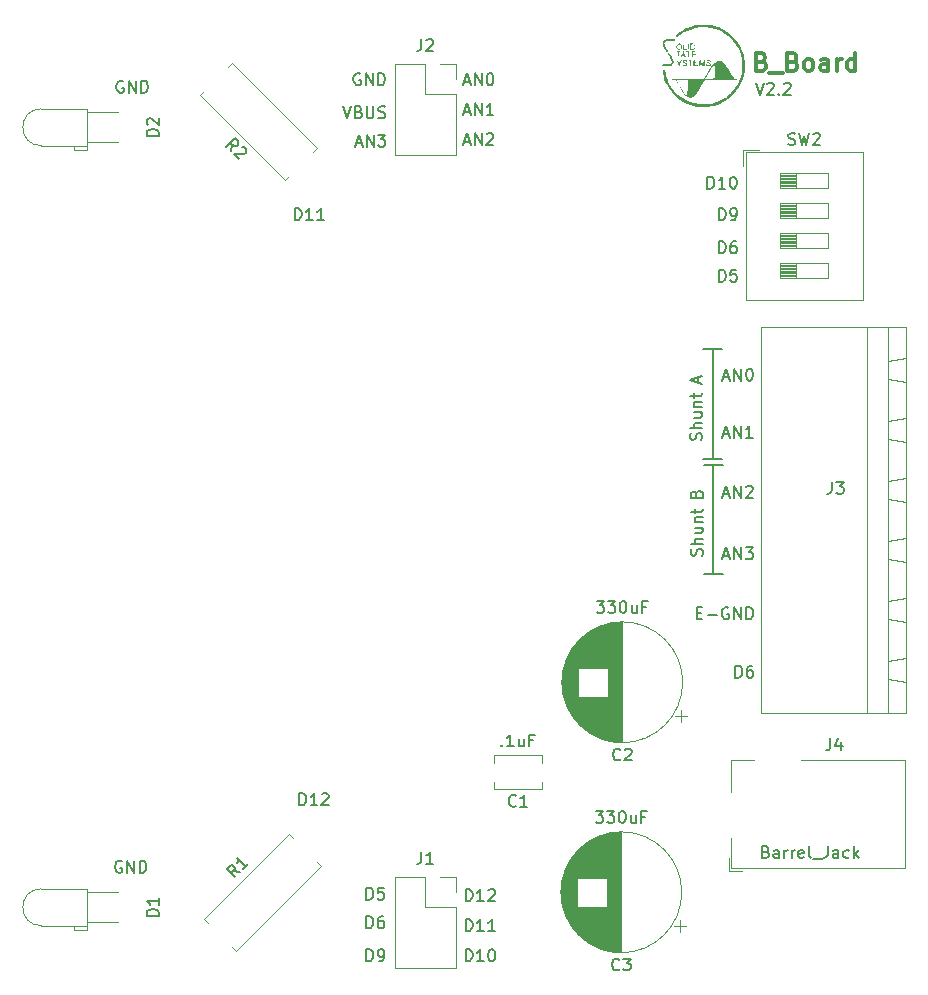
<source format=gbr>
%TF.GenerationSoftware,KiCad,Pcbnew,(7.0.0)*%
%TF.CreationDate,2023-04-28T14:44:39-07:00*%
%TF.ProjectId,Bottom_Board,426f7474-6f6d-45f4-926f-6172642e6b69,0*%
%TF.SameCoordinates,Original*%
%TF.FileFunction,Legend,Top*%
%TF.FilePolarity,Positive*%
%FSLAX46Y46*%
G04 Gerber Fmt 4.6, Leading zero omitted, Abs format (unit mm)*
G04 Created by KiCad (PCBNEW (7.0.0)) date 2023-04-28 14:44:39*
%MOMM*%
%LPD*%
G01*
G04 APERTURE LIST*
%ADD10C,0.150000*%
%ADD11C,0.300000*%
%ADD12C,0.120000*%
G04 APERTURE END LIST*
D10*
X160909000Y-100965000D02*
X159258000Y-100965000D01*
X160909000Y-110236000D02*
X159258000Y-110236000D01*
X160845500Y-100457000D02*
X159194500Y-100457000D01*
X160020000Y-100457000D02*
X160020000Y-91186000D01*
X160083500Y-110236000D02*
X160083500Y-100965000D01*
X160845500Y-91186000D02*
X159194500Y-91186000D01*
X128722667Y-70614380D02*
X129056000Y-71614380D01*
X129056000Y-71614380D02*
X129389333Y-70614380D01*
X130056000Y-71090571D02*
X130198857Y-71138190D01*
X130198857Y-71138190D02*
X130246476Y-71185809D01*
X130246476Y-71185809D02*
X130294095Y-71281047D01*
X130294095Y-71281047D02*
X130294095Y-71423904D01*
X130294095Y-71423904D02*
X130246476Y-71519142D01*
X130246476Y-71519142D02*
X130198857Y-71566761D01*
X130198857Y-71566761D02*
X130103619Y-71614380D01*
X130103619Y-71614380D02*
X129722667Y-71614380D01*
X129722667Y-71614380D02*
X129722667Y-70614380D01*
X129722667Y-70614380D02*
X130056000Y-70614380D01*
X130056000Y-70614380D02*
X130151238Y-70662000D01*
X130151238Y-70662000D02*
X130198857Y-70709619D01*
X130198857Y-70709619D02*
X130246476Y-70804857D01*
X130246476Y-70804857D02*
X130246476Y-70900095D01*
X130246476Y-70900095D02*
X130198857Y-70995333D01*
X130198857Y-70995333D02*
X130151238Y-71042952D01*
X130151238Y-71042952D02*
X130056000Y-71090571D01*
X130056000Y-71090571D02*
X129722667Y-71090571D01*
X130722667Y-70614380D02*
X130722667Y-71423904D01*
X130722667Y-71423904D02*
X130770286Y-71519142D01*
X130770286Y-71519142D02*
X130817905Y-71566761D01*
X130817905Y-71566761D02*
X130913143Y-71614380D01*
X130913143Y-71614380D02*
X131103619Y-71614380D01*
X131103619Y-71614380D02*
X131198857Y-71566761D01*
X131198857Y-71566761D02*
X131246476Y-71519142D01*
X131246476Y-71519142D02*
X131294095Y-71423904D01*
X131294095Y-71423904D02*
X131294095Y-70614380D01*
X131722667Y-71566761D02*
X131865524Y-71614380D01*
X131865524Y-71614380D02*
X132103619Y-71614380D01*
X132103619Y-71614380D02*
X132198857Y-71566761D01*
X132198857Y-71566761D02*
X132246476Y-71519142D01*
X132246476Y-71519142D02*
X132294095Y-71423904D01*
X132294095Y-71423904D02*
X132294095Y-71328666D01*
X132294095Y-71328666D02*
X132246476Y-71233428D01*
X132246476Y-71233428D02*
X132198857Y-71185809D01*
X132198857Y-71185809D02*
X132103619Y-71138190D01*
X132103619Y-71138190D02*
X131913143Y-71090571D01*
X131913143Y-71090571D02*
X131817905Y-71042952D01*
X131817905Y-71042952D02*
X131770286Y-70995333D01*
X131770286Y-70995333D02*
X131722667Y-70900095D01*
X131722667Y-70900095D02*
X131722667Y-70804857D01*
X131722667Y-70804857D02*
X131770286Y-70709619D01*
X131770286Y-70709619D02*
X131817905Y-70662000D01*
X131817905Y-70662000D02*
X131913143Y-70614380D01*
X131913143Y-70614380D02*
X132151238Y-70614380D01*
X132151238Y-70614380D02*
X132294095Y-70662000D01*
X163671238Y-68632380D02*
X164004571Y-69632380D01*
X164004571Y-69632380D02*
X164337904Y-68632380D01*
X164623619Y-68727619D02*
X164671238Y-68680000D01*
X164671238Y-68680000D02*
X164766476Y-68632380D01*
X164766476Y-68632380D02*
X165004571Y-68632380D01*
X165004571Y-68632380D02*
X165099809Y-68680000D01*
X165099809Y-68680000D02*
X165147428Y-68727619D01*
X165147428Y-68727619D02*
X165195047Y-68822857D01*
X165195047Y-68822857D02*
X165195047Y-68918095D01*
X165195047Y-68918095D02*
X165147428Y-69060952D01*
X165147428Y-69060952D02*
X164576000Y-69632380D01*
X164576000Y-69632380D02*
X165195047Y-69632380D01*
X165623619Y-69537142D02*
X165671238Y-69584761D01*
X165671238Y-69584761D02*
X165623619Y-69632380D01*
X165623619Y-69632380D02*
X165576000Y-69584761D01*
X165576000Y-69584761D02*
X165623619Y-69537142D01*
X165623619Y-69537142D02*
X165623619Y-69632380D01*
X166052190Y-68727619D02*
X166099809Y-68680000D01*
X166099809Y-68680000D02*
X166195047Y-68632380D01*
X166195047Y-68632380D02*
X166433142Y-68632380D01*
X166433142Y-68632380D02*
X166528380Y-68680000D01*
X166528380Y-68680000D02*
X166575999Y-68727619D01*
X166575999Y-68727619D02*
X166623618Y-68822857D01*
X166623618Y-68822857D02*
X166623618Y-68918095D01*
X166623618Y-68918095D02*
X166575999Y-69060952D01*
X166575999Y-69060952D02*
X166004571Y-69632380D01*
X166004571Y-69632380D02*
X166623618Y-69632380D01*
X139120714Y-142988380D02*
X139120714Y-141988380D01*
X139120714Y-141988380D02*
X139358809Y-141988380D01*
X139358809Y-141988380D02*
X139501666Y-142036000D01*
X139501666Y-142036000D02*
X139596904Y-142131238D01*
X139596904Y-142131238D02*
X139644523Y-142226476D01*
X139644523Y-142226476D02*
X139692142Y-142416952D01*
X139692142Y-142416952D02*
X139692142Y-142559809D01*
X139692142Y-142559809D02*
X139644523Y-142750285D01*
X139644523Y-142750285D02*
X139596904Y-142845523D01*
X139596904Y-142845523D02*
X139501666Y-142940761D01*
X139501666Y-142940761D02*
X139358809Y-142988380D01*
X139358809Y-142988380D02*
X139120714Y-142988380D01*
X140644523Y-142988380D02*
X140073095Y-142988380D01*
X140358809Y-142988380D02*
X140358809Y-141988380D01*
X140358809Y-141988380D02*
X140263571Y-142131238D01*
X140263571Y-142131238D02*
X140168333Y-142226476D01*
X140168333Y-142226476D02*
X140073095Y-142274095D01*
X141263571Y-141988380D02*
X141358809Y-141988380D01*
X141358809Y-141988380D02*
X141454047Y-142036000D01*
X141454047Y-142036000D02*
X141501666Y-142083619D01*
X141501666Y-142083619D02*
X141549285Y-142178857D01*
X141549285Y-142178857D02*
X141596904Y-142369333D01*
X141596904Y-142369333D02*
X141596904Y-142607428D01*
X141596904Y-142607428D02*
X141549285Y-142797904D01*
X141549285Y-142797904D02*
X141501666Y-142893142D01*
X141501666Y-142893142D02*
X141454047Y-142940761D01*
X141454047Y-142940761D02*
X141358809Y-142988380D01*
X141358809Y-142988380D02*
X141263571Y-142988380D01*
X141263571Y-142988380D02*
X141168333Y-142940761D01*
X141168333Y-142940761D02*
X141120714Y-142893142D01*
X141120714Y-142893142D02*
X141073095Y-142797904D01*
X141073095Y-142797904D02*
X141025476Y-142607428D01*
X141025476Y-142607428D02*
X141025476Y-142369333D01*
X141025476Y-142369333D02*
X141073095Y-142178857D01*
X141073095Y-142178857D02*
X141120714Y-142083619D01*
X141120714Y-142083619D02*
X141168333Y-142036000D01*
X141168333Y-142036000D02*
X141263571Y-141988380D01*
X159108362Y-108648523D02*
X159155981Y-108505666D01*
X159155981Y-108505666D02*
X159155981Y-108267571D01*
X159155981Y-108267571D02*
X159108362Y-108172333D01*
X159108362Y-108172333D02*
X159060743Y-108124714D01*
X159060743Y-108124714D02*
X158965505Y-108077095D01*
X158965505Y-108077095D02*
X158870267Y-108077095D01*
X158870267Y-108077095D02*
X158775029Y-108124714D01*
X158775029Y-108124714D02*
X158727410Y-108172333D01*
X158727410Y-108172333D02*
X158679791Y-108267571D01*
X158679791Y-108267571D02*
X158632172Y-108458047D01*
X158632172Y-108458047D02*
X158584553Y-108553285D01*
X158584553Y-108553285D02*
X158536934Y-108600904D01*
X158536934Y-108600904D02*
X158441696Y-108648523D01*
X158441696Y-108648523D02*
X158346458Y-108648523D01*
X158346458Y-108648523D02*
X158251220Y-108600904D01*
X158251220Y-108600904D02*
X158203601Y-108553285D01*
X158203601Y-108553285D02*
X158155981Y-108458047D01*
X158155981Y-108458047D02*
X158155981Y-108219952D01*
X158155981Y-108219952D02*
X158203601Y-108077095D01*
X159155981Y-107648523D02*
X158155981Y-107648523D01*
X159155981Y-107219952D02*
X158632172Y-107219952D01*
X158632172Y-107219952D02*
X158536934Y-107267571D01*
X158536934Y-107267571D02*
X158489315Y-107362809D01*
X158489315Y-107362809D02*
X158489315Y-107505666D01*
X158489315Y-107505666D02*
X158536934Y-107600904D01*
X158536934Y-107600904D02*
X158584553Y-107648523D01*
X158489315Y-106315190D02*
X159155981Y-106315190D01*
X158489315Y-106743761D02*
X159013124Y-106743761D01*
X159013124Y-106743761D02*
X159108362Y-106696142D01*
X159108362Y-106696142D02*
X159155981Y-106600904D01*
X159155981Y-106600904D02*
X159155981Y-106458047D01*
X159155981Y-106458047D02*
X159108362Y-106362809D01*
X159108362Y-106362809D02*
X159060743Y-106315190D01*
X158489315Y-105838999D02*
X159155981Y-105838999D01*
X158584553Y-105838999D02*
X158536934Y-105791380D01*
X158536934Y-105791380D02*
X158489315Y-105696142D01*
X158489315Y-105696142D02*
X158489315Y-105553285D01*
X158489315Y-105553285D02*
X158536934Y-105458047D01*
X158536934Y-105458047D02*
X158632172Y-105410428D01*
X158632172Y-105410428D02*
X159155981Y-105410428D01*
X158489315Y-105077094D02*
X158489315Y-104696142D01*
X158155981Y-104934237D02*
X159013124Y-104934237D01*
X159013124Y-104934237D02*
X159108362Y-104886618D01*
X159108362Y-104886618D02*
X159155981Y-104791380D01*
X159155981Y-104791380D02*
X159155981Y-104696142D01*
X158632172Y-103429475D02*
X158679791Y-103286618D01*
X158679791Y-103286618D02*
X158727410Y-103238999D01*
X158727410Y-103238999D02*
X158822648Y-103191380D01*
X158822648Y-103191380D02*
X158965505Y-103191380D01*
X158965505Y-103191380D02*
X159060743Y-103238999D01*
X159060743Y-103238999D02*
X159108362Y-103286618D01*
X159108362Y-103286618D02*
X159155981Y-103381856D01*
X159155981Y-103381856D02*
X159155981Y-103762808D01*
X159155981Y-103762808D02*
X158155981Y-103762808D01*
X158155981Y-103762808D02*
X158155981Y-103429475D01*
X158155981Y-103429475D02*
X158203601Y-103334237D01*
X158203601Y-103334237D02*
X158251220Y-103286618D01*
X158251220Y-103286618D02*
X158346458Y-103238999D01*
X158346458Y-103238999D02*
X158441696Y-103238999D01*
X158441696Y-103238999D02*
X158536934Y-103286618D01*
X158536934Y-103286618D02*
X158584553Y-103334237D01*
X158584553Y-103334237D02*
X158632172Y-103429475D01*
X158632172Y-103429475D02*
X158632172Y-103762808D01*
X130175095Y-67868000D02*
X130079857Y-67820380D01*
X130079857Y-67820380D02*
X129937000Y-67820380D01*
X129937000Y-67820380D02*
X129794143Y-67868000D01*
X129794143Y-67868000D02*
X129698905Y-67963238D01*
X129698905Y-67963238D02*
X129651286Y-68058476D01*
X129651286Y-68058476D02*
X129603667Y-68248952D01*
X129603667Y-68248952D02*
X129603667Y-68391809D01*
X129603667Y-68391809D02*
X129651286Y-68582285D01*
X129651286Y-68582285D02*
X129698905Y-68677523D01*
X129698905Y-68677523D02*
X129794143Y-68772761D01*
X129794143Y-68772761D02*
X129937000Y-68820380D01*
X129937000Y-68820380D02*
X130032238Y-68820380D01*
X130032238Y-68820380D02*
X130175095Y-68772761D01*
X130175095Y-68772761D02*
X130222714Y-68725142D01*
X130222714Y-68725142D02*
X130222714Y-68391809D01*
X130222714Y-68391809D02*
X130032238Y-68391809D01*
X130651286Y-68820380D02*
X130651286Y-67820380D01*
X130651286Y-67820380D02*
X131222714Y-68820380D01*
X131222714Y-68820380D02*
X131222714Y-67820380D01*
X131698905Y-68820380D02*
X131698905Y-67820380D01*
X131698905Y-67820380D02*
X131937000Y-67820380D01*
X131937000Y-67820380D02*
X132079857Y-67868000D01*
X132079857Y-67868000D02*
X132175095Y-67963238D01*
X132175095Y-67963238D02*
X132222714Y-68058476D01*
X132222714Y-68058476D02*
X132270333Y-68248952D01*
X132270333Y-68248952D02*
X132270333Y-68391809D01*
X132270333Y-68391809D02*
X132222714Y-68582285D01*
X132222714Y-68582285D02*
X132175095Y-68677523D01*
X132175095Y-68677523D02*
X132079857Y-68772761D01*
X132079857Y-68772761D02*
X131937000Y-68820380D01*
X131937000Y-68820380D02*
X131698905Y-68820380D01*
X138969905Y-73614666D02*
X139446095Y-73614666D01*
X138874667Y-73900380D02*
X139208000Y-72900380D01*
X139208000Y-72900380D02*
X139541333Y-73900380D01*
X139874667Y-73900380D02*
X139874667Y-72900380D01*
X139874667Y-72900380D02*
X140446095Y-73900380D01*
X140446095Y-73900380D02*
X140446095Y-72900380D01*
X140874667Y-72995619D02*
X140922286Y-72948000D01*
X140922286Y-72948000D02*
X141017524Y-72900380D01*
X141017524Y-72900380D02*
X141255619Y-72900380D01*
X141255619Y-72900380D02*
X141350857Y-72948000D01*
X141350857Y-72948000D02*
X141398476Y-72995619D01*
X141398476Y-72995619D02*
X141446095Y-73090857D01*
X141446095Y-73090857D02*
X141446095Y-73186095D01*
X141446095Y-73186095D02*
X141398476Y-73328952D01*
X141398476Y-73328952D02*
X140827048Y-73900380D01*
X140827048Y-73900380D02*
X141446095Y-73900380D01*
X160551905Y-80250380D02*
X160551905Y-79250380D01*
X160551905Y-79250380D02*
X160790000Y-79250380D01*
X160790000Y-79250380D02*
X160932857Y-79298000D01*
X160932857Y-79298000D02*
X161028095Y-79393238D01*
X161028095Y-79393238D02*
X161075714Y-79488476D01*
X161075714Y-79488476D02*
X161123333Y-79678952D01*
X161123333Y-79678952D02*
X161123333Y-79821809D01*
X161123333Y-79821809D02*
X161075714Y-80012285D01*
X161075714Y-80012285D02*
X161028095Y-80107523D01*
X161028095Y-80107523D02*
X160932857Y-80202761D01*
X160932857Y-80202761D02*
X160790000Y-80250380D01*
X160790000Y-80250380D02*
X160551905Y-80250380D01*
X161599524Y-80250380D02*
X161790000Y-80250380D01*
X161790000Y-80250380D02*
X161885238Y-80202761D01*
X161885238Y-80202761D02*
X161932857Y-80155142D01*
X161932857Y-80155142D02*
X162028095Y-80012285D01*
X162028095Y-80012285D02*
X162075714Y-79821809D01*
X162075714Y-79821809D02*
X162075714Y-79440857D01*
X162075714Y-79440857D02*
X162028095Y-79345619D01*
X162028095Y-79345619D02*
X161980476Y-79298000D01*
X161980476Y-79298000D02*
X161885238Y-79250380D01*
X161885238Y-79250380D02*
X161694762Y-79250380D01*
X161694762Y-79250380D02*
X161599524Y-79298000D01*
X161599524Y-79298000D02*
X161551905Y-79345619D01*
X161551905Y-79345619D02*
X161504286Y-79440857D01*
X161504286Y-79440857D02*
X161504286Y-79678952D01*
X161504286Y-79678952D02*
X161551905Y-79774190D01*
X161551905Y-79774190D02*
X161599524Y-79821809D01*
X161599524Y-79821809D02*
X161694762Y-79869428D01*
X161694762Y-79869428D02*
X161885238Y-79869428D01*
X161885238Y-79869428D02*
X161980476Y-79821809D01*
X161980476Y-79821809D02*
X162028095Y-79774190D01*
X162028095Y-79774190D02*
X162075714Y-79678952D01*
X138969905Y-71074666D02*
X139446095Y-71074666D01*
X138874667Y-71360380D02*
X139208000Y-70360380D01*
X139208000Y-70360380D02*
X139541333Y-71360380D01*
X139874667Y-71360380D02*
X139874667Y-70360380D01*
X139874667Y-70360380D02*
X140446095Y-71360380D01*
X140446095Y-71360380D02*
X140446095Y-70360380D01*
X141446095Y-71360380D02*
X140874667Y-71360380D01*
X141160381Y-71360380D02*
X141160381Y-70360380D01*
X141160381Y-70360380D02*
X141065143Y-70503238D01*
X141065143Y-70503238D02*
X140969905Y-70598476D01*
X140969905Y-70598476D02*
X140874667Y-70646095D01*
D11*
X164179142Y-66832857D02*
X164393428Y-66904285D01*
X164393428Y-66904285D02*
X164464857Y-66975714D01*
X164464857Y-66975714D02*
X164536285Y-67118571D01*
X164536285Y-67118571D02*
X164536285Y-67332857D01*
X164536285Y-67332857D02*
X164464857Y-67475714D01*
X164464857Y-67475714D02*
X164393428Y-67547142D01*
X164393428Y-67547142D02*
X164250571Y-67618571D01*
X164250571Y-67618571D02*
X163679142Y-67618571D01*
X163679142Y-67618571D02*
X163679142Y-66118571D01*
X163679142Y-66118571D02*
X164179142Y-66118571D01*
X164179142Y-66118571D02*
X164322000Y-66190000D01*
X164322000Y-66190000D02*
X164393428Y-66261428D01*
X164393428Y-66261428D02*
X164464857Y-66404285D01*
X164464857Y-66404285D02*
X164464857Y-66547142D01*
X164464857Y-66547142D02*
X164393428Y-66690000D01*
X164393428Y-66690000D02*
X164322000Y-66761428D01*
X164322000Y-66761428D02*
X164179142Y-66832857D01*
X164179142Y-66832857D02*
X163679142Y-66832857D01*
X164822000Y-67761428D02*
X165964857Y-67761428D01*
X166821999Y-66832857D02*
X167036285Y-66904285D01*
X167036285Y-66904285D02*
X167107714Y-66975714D01*
X167107714Y-66975714D02*
X167179142Y-67118571D01*
X167179142Y-67118571D02*
X167179142Y-67332857D01*
X167179142Y-67332857D02*
X167107714Y-67475714D01*
X167107714Y-67475714D02*
X167036285Y-67547142D01*
X167036285Y-67547142D02*
X166893428Y-67618571D01*
X166893428Y-67618571D02*
X166321999Y-67618571D01*
X166321999Y-67618571D02*
X166321999Y-66118571D01*
X166321999Y-66118571D02*
X166821999Y-66118571D01*
X166821999Y-66118571D02*
X166964857Y-66190000D01*
X166964857Y-66190000D02*
X167036285Y-66261428D01*
X167036285Y-66261428D02*
X167107714Y-66404285D01*
X167107714Y-66404285D02*
X167107714Y-66547142D01*
X167107714Y-66547142D02*
X167036285Y-66690000D01*
X167036285Y-66690000D02*
X166964857Y-66761428D01*
X166964857Y-66761428D02*
X166821999Y-66832857D01*
X166821999Y-66832857D02*
X166321999Y-66832857D01*
X168036285Y-67618571D02*
X167893428Y-67547142D01*
X167893428Y-67547142D02*
X167821999Y-67475714D01*
X167821999Y-67475714D02*
X167750571Y-67332857D01*
X167750571Y-67332857D02*
X167750571Y-66904285D01*
X167750571Y-66904285D02*
X167821999Y-66761428D01*
X167821999Y-66761428D02*
X167893428Y-66690000D01*
X167893428Y-66690000D02*
X168036285Y-66618571D01*
X168036285Y-66618571D02*
X168250571Y-66618571D01*
X168250571Y-66618571D02*
X168393428Y-66690000D01*
X168393428Y-66690000D02*
X168464857Y-66761428D01*
X168464857Y-66761428D02*
X168536285Y-66904285D01*
X168536285Y-66904285D02*
X168536285Y-67332857D01*
X168536285Y-67332857D02*
X168464857Y-67475714D01*
X168464857Y-67475714D02*
X168393428Y-67547142D01*
X168393428Y-67547142D02*
X168250571Y-67618571D01*
X168250571Y-67618571D02*
X168036285Y-67618571D01*
X169822000Y-67618571D02*
X169822000Y-66832857D01*
X169822000Y-66832857D02*
X169750571Y-66690000D01*
X169750571Y-66690000D02*
X169607714Y-66618571D01*
X169607714Y-66618571D02*
X169322000Y-66618571D01*
X169322000Y-66618571D02*
X169179142Y-66690000D01*
X169822000Y-67547142D02*
X169679142Y-67618571D01*
X169679142Y-67618571D02*
X169322000Y-67618571D01*
X169322000Y-67618571D02*
X169179142Y-67547142D01*
X169179142Y-67547142D02*
X169107714Y-67404285D01*
X169107714Y-67404285D02*
X169107714Y-67261428D01*
X169107714Y-67261428D02*
X169179142Y-67118571D01*
X169179142Y-67118571D02*
X169322000Y-67047142D01*
X169322000Y-67047142D02*
X169679142Y-67047142D01*
X169679142Y-67047142D02*
X169822000Y-66975714D01*
X170536285Y-67618571D02*
X170536285Y-66618571D01*
X170536285Y-66904285D02*
X170607714Y-66761428D01*
X170607714Y-66761428D02*
X170679143Y-66690000D01*
X170679143Y-66690000D02*
X170822000Y-66618571D01*
X170822000Y-66618571D02*
X170964857Y-66618571D01*
X172107714Y-67618571D02*
X172107714Y-66118571D01*
X172107714Y-67547142D02*
X171964856Y-67618571D01*
X171964856Y-67618571D02*
X171679142Y-67618571D01*
X171679142Y-67618571D02*
X171536285Y-67547142D01*
X171536285Y-67547142D02*
X171464856Y-67475714D01*
X171464856Y-67475714D02*
X171393428Y-67332857D01*
X171393428Y-67332857D02*
X171393428Y-66904285D01*
X171393428Y-66904285D02*
X171464856Y-66761428D01*
X171464856Y-66761428D02*
X171536285Y-66690000D01*
X171536285Y-66690000D02*
X171679142Y-66618571D01*
X171679142Y-66618571D02*
X171964856Y-66618571D01*
X171964856Y-66618571D02*
X172107714Y-66690000D01*
D10*
X159567714Y-77583380D02*
X159567714Y-76583380D01*
X159567714Y-76583380D02*
X159805809Y-76583380D01*
X159805809Y-76583380D02*
X159948666Y-76631000D01*
X159948666Y-76631000D02*
X160043904Y-76726238D01*
X160043904Y-76726238D02*
X160091523Y-76821476D01*
X160091523Y-76821476D02*
X160139142Y-77011952D01*
X160139142Y-77011952D02*
X160139142Y-77154809D01*
X160139142Y-77154809D02*
X160091523Y-77345285D01*
X160091523Y-77345285D02*
X160043904Y-77440523D01*
X160043904Y-77440523D02*
X159948666Y-77535761D01*
X159948666Y-77535761D02*
X159805809Y-77583380D01*
X159805809Y-77583380D02*
X159567714Y-77583380D01*
X161091523Y-77583380D02*
X160520095Y-77583380D01*
X160805809Y-77583380D02*
X160805809Y-76583380D01*
X160805809Y-76583380D02*
X160710571Y-76726238D01*
X160710571Y-76726238D02*
X160615333Y-76821476D01*
X160615333Y-76821476D02*
X160520095Y-76869095D01*
X161710571Y-76583380D02*
X161805809Y-76583380D01*
X161805809Y-76583380D02*
X161901047Y-76631000D01*
X161901047Y-76631000D02*
X161948666Y-76678619D01*
X161948666Y-76678619D02*
X161996285Y-76773857D01*
X161996285Y-76773857D02*
X162043904Y-76964333D01*
X162043904Y-76964333D02*
X162043904Y-77202428D01*
X162043904Y-77202428D02*
X161996285Y-77392904D01*
X161996285Y-77392904D02*
X161948666Y-77488142D01*
X161948666Y-77488142D02*
X161901047Y-77535761D01*
X161901047Y-77535761D02*
X161805809Y-77583380D01*
X161805809Y-77583380D02*
X161710571Y-77583380D01*
X161710571Y-77583380D02*
X161615333Y-77535761D01*
X161615333Y-77535761D02*
X161567714Y-77488142D01*
X161567714Y-77488142D02*
X161520095Y-77392904D01*
X161520095Y-77392904D02*
X161472476Y-77202428D01*
X161472476Y-77202428D02*
X161472476Y-76964333D01*
X161472476Y-76964333D02*
X161520095Y-76773857D01*
X161520095Y-76773857D02*
X161567714Y-76678619D01*
X161567714Y-76678619D02*
X161615333Y-76631000D01*
X161615333Y-76631000D02*
X161710571Y-76583380D01*
X110109095Y-68503000D02*
X110013857Y-68455380D01*
X110013857Y-68455380D02*
X109871000Y-68455380D01*
X109871000Y-68455380D02*
X109728143Y-68503000D01*
X109728143Y-68503000D02*
X109632905Y-68598238D01*
X109632905Y-68598238D02*
X109585286Y-68693476D01*
X109585286Y-68693476D02*
X109537667Y-68883952D01*
X109537667Y-68883952D02*
X109537667Y-69026809D01*
X109537667Y-69026809D02*
X109585286Y-69217285D01*
X109585286Y-69217285D02*
X109632905Y-69312523D01*
X109632905Y-69312523D02*
X109728143Y-69407761D01*
X109728143Y-69407761D02*
X109871000Y-69455380D01*
X109871000Y-69455380D02*
X109966238Y-69455380D01*
X109966238Y-69455380D02*
X110109095Y-69407761D01*
X110109095Y-69407761D02*
X110156714Y-69360142D01*
X110156714Y-69360142D02*
X110156714Y-69026809D01*
X110156714Y-69026809D02*
X109966238Y-69026809D01*
X110585286Y-69455380D02*
X110585286Y-68455380D01*
X110585286Y-68455380D02*
X111156714Y-69455380D01*
X111156714Y-69455380D02*
X111156714Y-68455380D01*
X111632905Y-69455380D02*
X111632905Y-68455380D01*
X111632905Y-68455380D02*
X111871000Y-68455380D01*
X111871000Y-68455380D02*
X112013857Y-68503000D01*
X112013857Y-68503000D02*
X112109095Y-68598238D01*
X112109095Y-68598238D02*
X112156714Y-68693476D01*
X112156714Y-68693476D02*
X112204333Y-68883952D01*
X112204333Y-68883952D02*
X112204333Y-69026809D01*
X112204333Y-69026809D02*
X112156714Y-69217285D01*
X112156714Y-69217285D02*
X112109095Y-69312523D01*
X112109095Y-69312523D02*
X112013857Y-69407761D01*
X112013857Y-69407761D02*
X111871000Y-69455380D01*
X111871000Y-69455380D02*
X111632905Y-69455380D01*
X124642714Y-80250380D02*
X124642714Y-79250380D01*
X124642714Y-79250380D02*
X124880809Y-79250380D01*
X124880809Y-79250380D02*
X125023666Y-79298000D01*
X125023666Y-79298000D02*
X125118904Y-79393238D01*
X125118904Y-79393238D02*
X125166523Y-79488476D01*
X125166523Y-79488476D02*
X125214142Y-79678952D01*
X125214142Y-79678952D02*
X125214142Y-79821809D01*
X125214142Y-79821809D02*
X125166523Y-80012285D01*
X125166523Y-80012285D02*
X125118904Y-80107523D01*
X125118904Y-80107523D02*
X125023666Y-80202761D01*
X125023666Y-80202761D02*
X124880809Y-80250380D01*
X124880809Y-80250380D02*
X124642714Y-80250380D01*
X126166523Y-80250380D02*
X125595095Y-80250380D01*
X125880809Y-80250380D02*
X125880809Y-79250380D01*
X125880809Y-79250380D02*
X125785571Y-79393238D01*
X125785571Y-79393238D02*
X125690333Y-79488476D01*
X125690333Y-79488476D02*
X125595095Y-79536095D01*
X127118904Y-80250380D02*
X126547476Y-80250380D01*
X126833190Y-80250380D02*
X126833190Y-79250380D01*
X126833190Y-79250380D02*
X126737952Y-79393238D01*
X126737952Y-79393238D02*
X126642714Y-79488476D01*
X126642714Y-79488476D02*
X126547476Y-79536095D01*
X109982095Y-134543000D02*
X109886857Y-134495380D01*
X109886857Y-134495380D02*
X109744000Y-134495380D01*
X109744000Y-134495380D02*
X109601143Y-134543000D01*
X109601143Y-134543000D02*
X109505905Y-134638238D01*
X109505905Y-134638238D02*
X109458286Y-134733476D01*
X109458286Y-134733476D02*
X109410667Y-134923952D01*
X109410667Y-134923952D02*
X109410667Y-135066809D01*
X109410667Y-135066809D02*
X109458286Y-135257285D01*
X109458286Y-135257285D02*
X109505905Y-135352523D01*
X109505905Y-135352523D02*
X109601143Y-135447761D01*
X109601143Y-135447761D02*
X109744000Y-135495380D01*
X109744000Y-135495380D02*
X109839238Y-135495380D01*
X109839238Y-135495380D02*
X109982095Y-135447761D01*
X109982095Y-135447761D02*
X110029714Y-135400142D01*
X110029714Y-135400142D02*
X110029714Y-135066809D01*
X110029714Y-135066809D02*
X109839238Y-135066809D01*
X110458286Y-135495380D02*
X110458286Y-134495380D01*
X110458286Y-134495380D02*
X111029714Y-135495380D01*
X111029714Y-135495380D02*
X111029714Y-134495380D01*
X111505905Y-135495380D02*
X111505905Y-134495380D01*
X111505905Y-134495380D02*
X111744000Y-134495380D01*
X111744000Y-134495380D02*
X111886857Y-134543000D01*
X111886857Y-134543000D02*
X111982095Y-134638238D01*
X111982095Y-134638238D02*
X112029714Y-134733476D01*
X112029714Y-134733476D02*
X112077333Y-134923952D01*
X112077333Y-134923952D02*
X112077333Y-135066809D01*
X112077333Y-135066809D02*
X112029714Y-135257285D01*
X112029714Y-135257285D02*
X111982095Y-135352523D01*
X111982095Y-135352523D02*
X111886857Y-135447761D01*
X111886857Y-135447761D02*
X111744000Y-135495380D01*
X111744000Y-135495380D02*
X111505905Y-135495380D01*
X129825905Y-73741666D02*
X130302095Y-73741666D01*
X129730667Y-74027380D02*
X130064000Y-73027380D01*
X130064000Y-73027380D02*
X130397333Y-74027380D01*
X130730667Y-74027380D02*
X130730667Y-73027380D01*
X130730667Y-73027380D02*
X131302095Y-74027380D01*
X131302095Y-74027380D02*
X131302095Y-73027380D01*
X131683048Y-73027380D02*
X132302095Y-73027380D01*
X132302095Y-73027380D02*
X131968762Y-73408333D01*
X131968762Y-73408333D02*
X132111619Y-73408333D01*
X132111619Y-73408333D02*
X132206857Y-73455952D01*
X132206857Y-73455952D02*
X132254476Y-73503571D01*
X132254476Y-73503571D02*
X132302095Y-73598809D01*
X132302095Y-73598809D02*
X132302095Y-73836904D01*
X132302095Y-73836904D02*
X132254476Y-73932142D01*
X132254476Y-73932142D02*
X132206857Y-73979761D01*
X132206857Y-73979761D02*
X132111619Y-74027380D01*
X132111619Y-74027380D02*
X131825905Y-74027380D01*
X131825905Y-74027380D02*
X131730667Y-73979761D01*
X131730667Y-73979761D02*
X131683048Y-73932142D01*
X160551905Y-85457380D02*
X160551905Y-84457380D01*
X160551905Y-84457380D02*
X160790000Y-84457380D01*
X160790000Y-84457380D02*
X160932857Y-84505000D01*
X160932857Y-84505000D02*
X161028095Y-84600238D01*
X161028095Y-84600238D02*
X161075714Y-84695476D01*
X161075714Y-84695476D02*
X161123333Y-84885952D01*
X161123333Y-84885952D02*
X161123333Y-85028809D01*
X161123333Y-85028809D02*
X161075714Y-85219285D01*
X161075714Y-85219285D02*
X161028095Y-85314523D01*
X161028095Y-85314523D02*
X160932857Y-85409761D01*
X160932857Y-85409761D02*
X160790000Y-85457380D01*
X160790000Y-85457380D02*
X160551905Y-85457380D01*
X162028095Y-84457380D02*
X161551905Y-84457380D01*
X161551905Y-84457380D02*
X161504286Y-84933571D01*
X161504286Y-84933571D02*
X161551905Y-84885952D01*
X161551905Y-84885952D02*
X161647143Y-84838333D01*
X161647143Y-84838333D02*
X161885238Y-84838333D01*
X161885238Y-84838333D02*
X161980476Y-84885952D01*
X161980476Y-84885952D02*
X162028095Y-84933571D01*
X162028095Y-84933571D02*
X162075714Y-85028809D01*
X162075714Y-85028809D02*
X162075714Y-85266904D01*
X162075714Y-85266904D02*
X162028095Y-85362142D01*
X162028095Y-85362142D02*
X161980476Y-85409761D01*
X161980476Y-85409761D02*
X161885238Y-85457380D01*
X161885238Y-85457380D02*
X161647143Y-85457380D01*
X161647143Y-85457380D02*
X161551905Y-85409761D01*
X161551905Y-85409761D02*
X161504286Y-85362142D01*
X125023714Y-129780380D02*
X125023714Y-128780380D01*
X125023714Y-128780380D02*
X125261809Y-128780380D01*
X125261809Y-128780380D02*
X125404666Y-128828000D01*
X125404666Y-128828000D02*
X125499904Y-128923238D01*
X125499904Y-128923238D02*
X125547523Y-129018476D01*
X125547523Y-129018476D02*
X125595142Y-129208952D01*
X125595142Y-129208952D02*
X125595142Y-129351809D01*
X125595142Y-129351809D02*
X125547523Y-129542285D01*
X125547523Y-129542285D02*
X125499904Y-129637523D01*
X125499904Y-129637523D02*
X125404666Y-129732761D01*
X125404666Y-129732761D02*
X125261809Y-129780380D01*
X125261809Y-129780380D02*
X125023714Y-129780380D01*
X126547523Y-129780380D02*
X125976095Y-129780380D01*
X126261809Y-129780380D02*
X126261809Y-128780380D01*
X126261809Y-128780380D02*
X126166571Y-128923238D01*
X126166571Y-128923238D02*
X126071333Y-129018476D01*
X126071333Y-129018476D02*
X125976095Y-129066095D01*
X126928476Y-128875619D02*
X126976095Y-128828000D01*
X126976095Y-128828000D02*
X127071333Y-128780380D01*
X127071333Y-128780380D02*
X127309428Y-128780380D01*
X127309428Y-128780380D02*
X127404666Y-128828000D01*
X127404666Y-128828000D02*
X127452285Y-128875619D01*
X127452285Y-128875619D02*
X127499904Y-128970857D01*
X127499904Y-128970857D02*
X127499904Y-129066095D01*
X127499904Y-129066095D02*
X127452285Y-129208952D01*
X127452285Y-129208952D02*
X126880857Y-129780380D01*
X126880857Y-129780380D02*
X127499904Y-129780380D01*
X159044862Y-98869523D02*
X159092481Y-98726666D01*
X159092481Y-98726666D02*
X159092481Y-98488571D01*
X159092481Y-98488571D02*
X159044862Y-98393333D01*
X159044862Y-98393333D02*
X158997243Y-98345714D01*
X158997243Y-98345714D02*
X158902005Y-98298095D01*
X158902005Y-98298095D02*
X158806767Y-98298095D01*
X158806767Y-98298095D02*
X158711529Y-98345714D01*
X158711529Y-98345714D02*
X158663910Y-98393333D01*
X158663910Y-98393333D02*
X158616291Y-98488571D01*
X158616291Y-98488571D02*
X158568672Y-98679047D01*
X158568672Y-98679047D02*
X158521053Y-98774285D01*
X158521053Y-98774285D02*
X158473434Y-98821904D01*
X158473434Y-98821904D02*
X158378196Y-98869523D01*
X158378196Y-98869523D02*
X158282958Y-98869523D01*
X158282958Y-98869523D02*
X158187720Y-98821904D01*
X158187720Y-98821904D02*
X158140101Y-98774285D01*
X158140101Y-98774285D02*
X158092481Y-98679047D01*
X158092481Y-98679047D02*
X158092481Y-98440952D01*
X158092481Y-98440952D02*
X158140101Y-98298095D01*
X159092481Y-97869523D02*
X158092481Y-97869523D01*
X159092481Y-97440952D02*
X158568672Y-97440952D01*
X158568672Y-97440952D02*
X158473434Y-97488571D01*
X158473434Y-97488571D02*
X158425815Y-97583809D01*
X158425815Y-97583809D02*
X158425815Y-97726666D01*
X158425815Y-97726666D02*
X158473434Y-97821904D01*
X158473434Y-97821904D02*
X158521053Y-97869523D01*
X158425815Y-96536190D02*
X159092481Y-96536190D01*
X158425815Y-96964761D02*
X158949624Y-96964761D01*
X158949624Y-96964761D02*
X159044862Y-96917142D01*
X159044862Y-96917142D02*
X159092481Y-96821904D01*
X159092481Y-96821904D02*
X159092481Y-96679047D01*
X159092481Y-96679047D02*
X159044862Y-96583809D01*
X159044862Y-96583809D02*
X158997243Y-96536190D01*
X158425815Y-96059999D02*
X159092481Y-96059999D01*
X158521053Y-96059999D02*
X158473434Y-96012380D01*
X158473434Y-96012380D02*
X158425815Y-95917142D01*
X158425815Y-95917142D02*
X158425815Y-95774285D01*
X158425815Y-95774285D02*
X158473434Y-95679047D01*
X158473434Y-95679047D02*
X158568672Y-95631428D01*
X158568672Y-95631428D02*
X159092481Y-95631428D01*
X158425815Y-95298094D02*
X158425815Y-94917142D01*
X158092481Y-95155237D02*
X158949624Y-95155237D01*
X158949624Y-95155237D02*
X159044862Y-95107618D01*
X159044862Y-95107618D02*
X159092481Y-95012380D01*
X159092481Y-95012380D02*
X159092481Y-94917142D01*
X158806767Y-94031427D02*
X158806767Y-93555237D01*
X159092481Y-94126665D02*
X158092481Y-93793332D01*
X158092481Y-93793332D02*
X159092481Y-93459999D01*
X139120714Y-140448380D02*
X139120714Y-139448380D01*
X139120714Y-139448380D02*
X139358809Y-139448380D01*
X139358809Y-139448380D02*
X139501666Y-139496000D01*
X139501666Y-139496000D02*
X139596904Y-139591238D01*
X139596904Y-139591238D02*
X139644523Y-139686476D01*
X139644523Y-139686476D02*
X139692142Y-139876952D01*
X139692142Y-139876952D02*
X139692142Y-140019809D01*
X139692142Y-140019809D02*
X139644523Y-140210285D01*
X139644523Y-140210285D02*
X139596904Y-140305523D01*
X139596904Y-140305523D02*
X139501666Y-140400761D01*
X139501666Y-140400761D02*
X139358809Y-140448380D01*
X139358809Y-140448380D02*
X139120714Y-140448380D01*
X140644523Y-140448380D02*
X140073095Y-140448380D01*
X140358809Y-140448380D02*
X140358809Y-139448380D01*
X140358809Y-139448380D02*
X140263571Y-139591238D01*
X140263571Y-139591238D02*
X140168333Y-139686476D01*
X140168333Y-139686476D02*
X140073095Y-139734095D01*
X141596904Y-140448380D02*
X141025476Y-140448380D01*
X141311190Y-140448380D02*
X141311190Y-139448380D01*
X141311190Y-139448380D02*
X141215952Y-139591238D01*
X141215952Y-139591238D02*
X141120714Y-139686476D01*
X141120714Y-139686476D02*
X141025476Y-139734095D01*
X130706905Y-142988380D02*
X130706905Y-141988380D01*
X130706905Y-141988380D02*
X130945000Y-141988380D01*
X130945000Y-141988380D02*
X131087857Y-142036000D01*
X131087857Y-142036000D02*
X131183095Y-142131238D01*
X131183095Y-142131238D02*
X131230714Y-142226476D01*
X131230714Y-142226476D02*
X131278333Y-142416952D01*
X131278333Y-142416952D02*
X131278333Y-142559809D01*
X131278333Y-142559809D02*
X131230714Y-142750285D01*
X131230714Y-142750285D02*
X131183095Y-142845523D01*
X131183095Y-142845523D02*
X131087857Y-142940761D01*
X131087857Y-142940761D02*
X130945000Y-142988380D01*
X130945000Y-142988380D02*
X130706905Y-142988380D01*
X131754524Y-142988380D02*
X131945000Y-142988380D01*
X131945000Y-142988380D02*
X132040238Y-142940761D01*
X132040238Y-142940761D02*
X132087857Y-142893142D01*
X132087857Y-142893142D02*
X132183095Y-142750285D01*
X132183095Y-142750285D02*
X132230714Y-142559809D01*
X132230714Y-142559809D02*
X132230714Y-142178857D01*
X132230714Y-142178857D02*
X132183095Y-142083619D01*
X132183095Y-142083619D02*
X132135476Y-142036000D01*
X132135476Y-142036000D02*
X132040238Y-141988380D01*
X132040238Y-141988380D02*
X131849762Y-141988380D01*
X131849762Y-141988380D02*
X131754524Y-142036000D01*
X131754524Y-142036000D02*
X131706905Y-142083619D01*
X131706905Y-142083619D02*
X131659286Y-142178857D01*
X131659286Y-142178857D02*
X131659286Y-142416952D01*
X131659286Y-142416952D02*
X131706905Y-142512190D01*
X131706905Y-142512190D02*
X131754524Y-142559809D01*
X131754524Y-142559809D02*
X131849762Y-142607428D01*
X131849762Y-142607428D02*
X132040238Y-142607428D01*
X132040238Y-142607428D02*
X132135476Y-142559809D01*
X132135476Y-142559809D02*
X132183095Y-142512190D01*
X132183095Y-142512190D02*
X132230714Y-142416952D01*
X158678857Y-113508571D02*
X159012190Y-113508571D01*
X159155047Y-114032380D02*
X158678857Y-114032380D01*
X158678857Y-114032380D02*
X158678857Y-113032380D01*
X158678857Y-113032380D02*
X159155047Y-113032380D01*
X159583619Y-113651428D02*
X160345524Y-113651428D01*
X161345523Y-113080000D02*
X161250285Y-113032380D01*
X161250285Y-113032380D02*
X161107428Y-113032380D01*
X161107428Y-113032380D02*
X160964571Y-113080000D01*
X160964571Y-113080000D02*
X160869333Y-113175238D01*
X160869333Y-113175238D02*
X160821714Y-113270476D01*
X160821714Y-113270476D02*
X160774095Y-113460952D01*
X160774095Y-113460952D02*
X160774095Y-113603809D01*
X160774095Y-113603809D02*
X160821714Y-113794285D01*
X160821714Y-113794285D02*
X160869333Y-113889523D01*
X160869333Y-113889523D02*
X160964571Y-113984761D01*
X160964571Y-113984761D02*
X161107428Y-114032380D01*
X161107428Y-114032380D02*
X161202666Y-114032380D01*
X161202666Y-114032380D02*
X161345523Y-113984761D01*
X161345523Y-113984761D02*
X161393142Y-113937142D01*
X161393142Y-113937142D02*
X161393142Y-113603809D01*
X161393142Y-113603809D02*
X161202666Y-113603809D01*
X161821714Y-114032380D02*
X161821714Y-113032380D01*
X161821714Y-113032380D02*
X162393142Y-114032380D01*
X162393142Y-114032380D02*
X162393142Y-113032380D01*
X162869333Y-114032380D02*
X162869333Y-113032380D01*
X162869333Y-113032380D02*
X163107428Y-113032380D01*
X163107428Y-113032380D02*
X163250285Y-113080000D01*
X163250285Y-113080000D02*
X163345523Y-113175238D01*
X163345523Y-113175238D02*
X163393142Y-113270476D01*
X163393142Y-113270476D02*
X163440761Y-113460952D01*
X163440761Y-113460952D02*
X163440761Y-113603809D01*
X163440761Y-113603809D02*
X163393142Y-113794285D01*
X163393142Y-113794285D02*
X163345523Y-113889523D01*
X163345523Y-113889523D02*
X163250285Y-113984761D01*
X163250285Y-113984761D02*
X163107428Y-114032380D01*
X163107428Y-114032380D02*
X162869333Y-114032380D01*
X161948905Y-118985380D02*
X161948905Y-117985380D01*
X161948905Y-117985380D02*
X162187000Y-117985380D01*
X162187000Y-117985380D02*
X162329857Y-118033000D01*
X162329857Y-118033000D02*
X162425095Y-118128238D01*
X162425095Y-118128238D02*
X162472714Y-118223476D01*
X162472714Y-118223476D02*
X162520333Y-118413952D01*
X162520333Y-118413952D02*
X162520333Y-118556809D01*
X162520333Y-118556809D02*
X162472714Y-118747285D01*
X162472714Y-118747285D02*
X162425095Y-118842523D01*
X162425095Y-118842523D02*
X162329857Y-118937761D01*
X162329857Y-118937761D02*
X162187000Y-118985380D01*
X162187000Y-118985380D02*
X161948905Y-118985380D01*
X163377476Y-117985380D02*
X163187000Y-117985380D01*
X163187000Y-117985380D02*
X163091762Y-118033000D01*
X163091762Y-118033000D02*
X163044143Y-118080619D01*
X163044143Y-118080619D02*
X162948905Y-118223476D01*
X162948905Y-118223476D02*
X162901286Y-118413952D01*
X162901286Y-118413952D02*
X162901286Y-118794904D01*
X162901286Y-118794904D02*
X162948905Y-118890142D01*
X162948905Y-118890142D02*
X162996524Y-118937761D01*
X162996524Y-118937761D02*
X163091762Y-118985380D01*
X163091762Y-118985380D02*
X163282238Y-118985380D01*
X163282238Y-118985380D02*
X163377476Y-118937761D01*
X163377476Y-118937761D02*
X163425095Y-118890142D01*
X163425095Y-118890142D02*
X163472714Y-118794904D01*
X163472714Y-118794904D02*
X163472714Y-118556809D01*
X163472714Y-118556809D02*
X163425095Y-118461571D01*
X163425095Y-118461571D02*
X163377476Y-118413952D01*
X163377476Y-118413952D02*
X163282238Y-118366333D01*
X163282238Y-118366333D02*
X163091762Y-118366333D01*
X163091762Y-118366333D02*
X162996524Y-118413952D01*
X162996524Y-118413952D02*
X162948905Y-118461571D01*
X162948905Y-118461571D02*
X162901286Y-118556809D01*
X160940905Y-103459666D02*
X161417095Y-103459666D01*
X160845667Y-103745380D02*
X161179000Y-102745380D01*
X161179000Y-102745380D02*
X161512333Y-103745380D01*
X161845667Y-103745380D02*
X161845667Y-102745380D01*
X161845667Y-102745380D02*
X162417095Y-103745380D01*
X162417095Y-103745380D02*
X162417095Y-102745380D01*
X162845667Y-102840619D02*
X162893286Y-102793000D01*
X162893286Y-102793000D02*
X162988524Y-102745380D01*
X162988524Y-102745380D02*
X163226619Y-102745380D01*
X163226619Y-102745380D02*
X163321857Y-102793000D01*
X163321857Y-102793000D02*
X163369476Y-102840619D01*
X163369476Y-102840619D02*
X163417095Y-102935857D01*
X163417095Y-102935857D02*
X163417095Y-103031095D01*
X163417095Y-103031095D02*
X163369476Y-103173952D01*
X163369476Y-103173952D02*
X162798048Y-103745380D01*
X162798048Y-103745380D02*
X163417095Y-103745380D01*
X138969905Y-68534666D02*
X139446095Y-68534666D01*
X138874667Y-68820380D02*
X139208000Y-67820380D01*
X139208000Y-67820380D02*
X139541333Y-68820380D01*
X139874667Y-68820380D02*
X139874667Y-67820380D01*
X139874667Y-67820380D02*
X140446095Y-68820380D01*
X140446095Y-68820380D02*
X140446095Y-67820380D01*
X141112762Y-67820380D02*
X141208000Y-67820380D01*
X141208000Y-67820380D02*
X141303238Y-67868000D01*
X141303238Y-67868000D02*
X141350857Y-67915619D01*
X141350857Y-67915619D02*
X141398476Y-68010857D01*
X141398476Y-68010857D02*
X141446095Y-68201333D01*
X141446095Y-68201333D02*
X141446095Y-68439428D01*
X141446095Y-68439428D02*
X141398476Y-68629904D01*
X141398476Y-68629904D02*
X141350857Y-68725142D01*
X141350857Y-68725142D02*
X141303238Y-68772761D01*
X141303238Y-68772761D02*
X141208000Y-68820380D01*
X141208000Y-68820380D02*
X141112762Y-68820380D01*
X141112762Y-68820380D02*
X141017524Y-68772761D01*
X141017524Y-68772761D02*
X140969905Y-68725142D01*
X140969905Y-68725142D02*
X140922286Y-68629904D01*
X140922286Y-68629904D02*
X140874667Y-68439428D01*
X140874667Y-68439428D02*
X140874667Y-68201333D01*
X140874667Y-68201333D02*
X140922286Y-68010857D01*
X140922286Y-68010857D02*
X140969905Y-67915619D01*
X140969905Y-67915619D02*
X141017524Y-67868000D01*
X141017524Y-67868000D02*
X141112762Y-67820380D01*
X160940905Y-108666666D02*
X161417095Y-108666666D01*
X160845667Y-108952380D02*
X161179000Y-107952380D01*
X161179000Y-107952380D02*
X161512333Y-108952380D01*
X161845667Y-108952380D02*
X161845667Y-107952380D01*
X161845667Y-107952380D02*
X162417095Y-108952380D01*
X162417095Y-108952380D02*
X162417095Y-107952380D01*
X162798048Y-107952380D02*
X163417095Y-107952380D01*
X163417095Y-107952380D02*
X163083762Y-108333333D01*
X163083762Y-108333333D02*
X163226619Y-108333333D01*
X163226619Y-108333333D02*
X163321857Y-108380952D01*
X163321857Y-108380952D02*
X163369476Y-108428571D01*
X163369476Y-108428571D02*
X163417095Y-108523809D01*
X163417095Y-108523809D02*
X163417095Y-108761904D01*
X163417095Y-108761904D02*
X163369476Y-108857142D01*
X163369476Y-108857142D02*
X163321857Y-108904761D01*
X163321857Y-108904761D02*
X163226619Y-108952380D01*
X163226619Y-108952380D02*
X162940905Y-108952380D01*
X162940905Y-108952380D02*
X162845667Y-108904761D01*
X162845667Y-108904761D02*
X162798048Y-108857142D01*
X130706905Y-140194380D02*
X130706905Y-139194380D01*
X130706905Y-139194380D02*
X130945000Y-139194380D01*
X130945000Y-139194380D02*
X131087857Y-139242000D01*
X131087857Y-139242000D02*
X131183095Y-139337238D01*
X131183095Y-139337238D02*
X131230714Y-139432476D01*
X131230714Y-139432476D02*
X131278333Y-139622952D01*
X131278333Y-139622952D02*
X131278333Y-139765809D01*
X131278333Y-139765809D02*
X131230714Y-139956285D01*
X131230714Y-139956285D02*
X131183095Y-140051523D01*
X131183095Y-140051523D02*
X131087857Y-140146761D01*
X131087857Y-140146761D02*
X130945000Y-140194380D01*
X130945000Y-140194380D02*
X130706905Y-140194380D01*
X132135476Y-139194380D02*
X131945000Y-139194380D01*
X131945000Y-139194380D02*
X131849762Y-139242000D01*
X131849762Y-139242000D02*
X131802143Y-139289619D01*
X131802143Y-139289619D02*
X131706905Y-139432476D01*
X131706905Y-139432476D02*
X131659286Y-139622952D01*
X131659286Y-139622952D02*
X131659286Y-140003904D01*
X131659286Y-140003904D02*
X131706905Y-140099142D01*
X131706905Y-140099142D02*
X131754524Y-140146761D01*
X131754524Y-140146761D02*
X131849762Y-140194380D01*
X131849762Y-140194380D02*
X132040238Y-140194380D01*
X132040238Y-140194380D02*
X132135476Y-140146761D01*
X132135476Y-140146761D02*
X132183095Y-140099142D01*
X132183095Y-140099142D02*
X132230714Y-140003904D01*
X132230714Y-140003904D02*
X132230714Y-139765809D01*
X132230714Y-139765809D02*
X132183095Y-139670571D01*
X132183095Y-139670571D02*
X132135476Y-139622952D01*
X132135476Y-139622952D02*
X132040238Y-139575333D01*
X132040238Y-139575333D02*
X131849762Y-139575333D01*
X131849762Y-139575333D02*
X131754524Y-139622952D01*
X131754524Y-139622952D02*
X131706905Y-139670571D01*
X131706905Y-139670571D02*
X131659286Y-139765809D01*
X139120714Y-137908380D02*
X139120714Y-136908380D01*
X139120714Y-136908380D02*
X139358809Y-136908380D01*
X139358809Y-136908380D02*
X139501666Y-136956000D01*
X139501666Y-136956000D02*
X139596904Y-137051238D01*
X139596904Y-137051238D02*
X139644523Y-137146476D01*
X139644523Y-137146476D02*
X139692142Y-137336952D01*
X139692142Y-137336952D02*
X139692142Y-137479809D01*
X139692142Y-137479809D02*
X139644523Y-137670285D01*
X139644523Y-137670285D02*
X139596904Y-137765523D01*
X139596904Y-137765523D02*
X139501666Y-137860761D01*
X139501666Y-137860761D02*
X139358809Y-137908380D01*
X139358809Y-137908380D02*
X139120714Y-137908380D01*
X140644523Y-137908380D02*
X140073095Y-137908380D01*
X140358809Y-137908380D02*
X140358809Y-136908380D01*
X140358809Y-136908380D02*
X140263571Y-137051238D01*
X140263571Y-137051238D02*
X140168333Y-137146476D01*
X140168333Y-137146476D02*
X140073095Y-137194095D01*
X141025476Y-137003619D02*
X141073095Y-136956000D01*
X141073095Y-136956000D02*
X141168333Y-136908380D01*
X141168333Y-136908380D02*
X141406428Y-136908380D01*
X141406428Y-136908380D02*
X141501666Y-136956000D01*
X141501666Y-136956000D02*
X141549285Y-137003619D01*
X141549285Y-137003619D02*
X141596904Y-137098857D01*
X141596904Y-137098857D02*
X141596904Y-137194095D01*
X141596904Y-137194095D02*
X141549285Y-137336952D01*
X141549285Y-137336952D02*
X140977857Y-137908380D01*
X140977857Y-137908380D02*
X141596904Y-137908380D01*
X160551905Y-83044380D02*
X160551905Y-82044380D01*
X160551905Y-82044380D02*
X160790000Y-82044380D01*
X160790000Y-82044380D02*
X160932857Y-82092000D01*
X160932857Y-82092000D02*
X161028095Y-82187238D01*
X161028095Y-82187238D02*
X161075714Y-82282476D01*
X161075714Y-82282476D02*
X161123333Y-82472952D01*
X161123333Y-82472952D02*
X161123333Y-82615809D01*
X161123333Y-82615809D02*
X161075714Y-82806285D01*
X161075714Y-82806285D02*
X161028095Y-82901523D01*
X161028095Y-82901523D02*
X160932857Y-82996761D01*
X160932857Y-82996761D02*
X160790000Y-83044380D01*
X160790000Y-83044380D02*
X160551905Y-83044380D01*
X161980476Y-82044380D02*
X161790000Y-82044380D01*
X161790000Y-82044380D02*
X161694762Y-82092000D01*
X161694762Y-82092000D02*
X161647143Y-82139619D01*
X161647143Y-82139619D02*
X161551905Y-82282476D01*
X161551905Y-82282476D02*
X161504286Y-82472952D01*
X161504286Y-82472952D02*
X161504286Y-82853904D01*
X161504286Y-82853904D02*
X161551905Y-82949142D01*
X161551905Y-82949142D02*
X161599524Y-82996761D01*
X161599524Y-82996761D02*
X161694762Y-83044380D01*
X161694762Y-83044380D02*
X161885238Y-83044380D01*
X161885238Y-83044380D02*
X161980476Y-82996761D01*
X161980476Y-82996761D02*
X162028095Y-82949142D01*
X162028095Y-82949142D02*
X162075714Y-82853904D01*
X162075714Y-82853904D02*
X162075714Y-82615809D01*
X162075714Y-82615809D02*
X162028095Y-82520571D01*
X162028095Y-82520571D02*
X161980476Y-82472952D01*
X161980476Y-82472952D02*
X161885238Y-82425333D01*
X161885238Y-82425333D02*
X161694762Y-82425333D01*
X161694762Y-82425333D02*
X161599524Y-82472952D01*
X161599524Y-82472952D02*
X161551905Y-82520571D01*
X161551905Y-82520571D02*
X161504286Y-82615809D01*
X160940905Y-93553666D02*
X161417095Y-93553666D01*
X160845667Y-93839380D02*
X161179000Y-92839380D01*
X161179000Y-92839380D02*
X161512333Y-93839380D01*
X161845667Y-93839380D02*
X161845667Y-92839380D01*
X161845667Y-92839380D02*
X162417095Y-93839380D01*
X162417095Y-93839380D02*
X162417095Y-92839380D01*
X163083762Y-92839380D02*
X163179000Y-92839380D01*
X163179000Y-92839380D02*
X163274238Y-92887000D01*
X163274238Y-92887000D02*
X163321857Y-92934619D01*
X163321857Y-92934619D02*
X163369476Y-93029857D01*
X163369476Y-93029857D02*
X163417095Y-93220333D01*
X163417095Y-93220333D02*
X163417095Y-93458428D01*
X163417095Y-93458428D02*
X163369476Y-93648904D01*
X163369476Y-93648904D02*
X163321857Y-93744142D01*
X163321857Y-93744142D02*
X163274238Y-93791761D01*
X163274238Y-93791761D02*
X163179000Y-93839380D01*
X163179000Y-93839380D02*
X163083762Y-93839380D01*
X163083762Y-93839380D02*
X162988524Y-93791761D01*
X162988524Y-93791761D02*
X162940905Y-93744142D01*
X162940905Y-93744142D02*
X162893286Y-93648904D01*
X162893286Y-93648904D02*
X162845667Y-93458428D01*
X162845667Y-93458428D02*
X162845667Y-93220333D01*
X162845667Y-93220333D02*
X162893286Y-93029857D01*
X162893286Y-93029857D02*
X162940905Y-92934619D01*
X162940905Y-92934619D02*
X162988524Y-92887000D01*
X162988524Y-92887000D02*
X163083762Y-92839380D01*
X130706905Y-137781380D02*
X130706905Y-136781380D01*
X130706905Y-136781380D02*
X130945000Y-136781380D01*
X130945000Y-136781380D02*
X131087857Y-136829000D01*
X131087857Y-136829000D02*
X131183095Y-136924238D01*
X131183095Y-136924238D02*
X131230714Y-137019476D01*
X131230714Y-137019476D02*
X131278333Y-137209952D01*
X131278333Y-137209952D02*
X131278333Y-137352809D01*
X131278333Y-137352809D02*
X131230714Y-137543285D01*
X131230714Y-137543285D02*
X131183095Y-137638523D01*
X131183095Y-137638523D02*
X131087857Y-137733761D01*
X131087857Y-137733761D02*
X130945000Y-137781380D01*
X130945000Y-137781380D02*
X130706905Y-137781380D01*
X132183095Y-136781380D02*
X131706905Y-136781380D01*
X131706905Y-136781380D02*
X131659286Y-137257571D01*
X131659286Y-137257571D02*
X131706905Y-137209952D01*
X131706905Y-137209952D02*
X131802143Y-137162333D01*
X131802143Y-137162333D02*
X132040238Y-137162333D01*
X132040238Y-137162333D02*
X132135476Y-137209952D01*
X132135476Y-137209952D02*
X132183095Y-137257571D01*
X132183095Y-137257571D02*
X132230714Y-137352809D01*
X132230714Y-137352809D02*
X132230714Y-137590904D01*
X132230714Y-137590904D02*
X132183095Y-137686142D01*
X132183095Y-137686142D02*
X132135476Y-137733761D01*
X132135476Y-137733761D02*
X132040238Y-137781380D01*
X132040238Y-137781380D02*
X131802143Y-137781380D01*
X131802143Y-137781380D02*
X131706905Y-137733761D01*
X131706905Y-137733761D02*
X131659286Y-137686142D01*
X160940905Y-98379666D02*
X161417095Y-98379666D01*
X160845667Y-98665380D02*
X161179000Y-97665380D01*
X161179000Y-97665380D02*
X161512333Y-98665380D01*
X161845667Y-98665380D02*
X161845667Y-97665380D01*
X161845667Y-97665380D02*
X162417095Y-98665380D01*
X162417095Y-98665380D02*
X162417095Y-97665380D01*
X163417095Y-98665380D02*
X162845667Y-98665380D01*
X163131381Y-98665380D02*
X163131381Y-97665380D01*
X163131381Y-97665380D02*
X163036143Y-97808238D01*
X163036143Y-97808238D02*
X162940905Y-97903476D01*
X162940905Y-97903476D02*
X162845667Y-97951095D01*
%TO.C,C1*%
X143363333Y-129822142D02*
X143315714Y-129869761D01*
X143315714Y-129869761D02*
X143172857Y-129917380D01*
X143172857Y-129917380D02*
X143077619Y-129917380D01*
X143077619Y-129917380D02*
X142934762Y-129869761D01*
X142934762Y-129869761D02*
X142839524Y-129774523D01*
X142839524Y-129774523D02*
X142791905Y-129679285D01*
X142791905Y-129679285D02*
X142744286Y-129488809D01*
X142744286Y-129488809D02*
X142744286Y-129345952D01*
X142744286Y-129345952D02*
X142791905Y-129155476D01*
X142791905Y-129155476D02*
X142839524Y-129060238D01*
X142839524Y-129060238D02*
X142934762Y-128965000D01*
X142934762Y-128965000D02*
X143077619Y-128917380D01*
X143077619Y-128917380D02*
X143172857Y-128917380D01*
X143172857Y-128917380D02*
X143315714Y-128965000D01*
X143315714Y-128965000D02*
X143363333Y-129012619D01*
X144315714Y-129917380D02*
X143744286Y-129917380D01*
X144030000Y-129917380D02*
X144030000Y-128917380D01*
X144030000Y-128917380D02*
X143934762Y-129060238D01*
X143934762Y-129060238D02*
X143839524Y-129155476D01*
X143839524Y-129155476D02*
X143744286Y-129203095D01*
X142172857Y-124722142D02*
X142220476Y-124769761D01*
X142220476Y-124769761D02*
X142172857Y-124817380D01*
X142172857Y-124817380D02*
X142125238Y-124769761D01*
X142125238Y-124769761D02*
X142172857Y-124722142D01*
X142172857Y-124722142D02*
X142172857Y-124817380D01*
X143172856Y-124817380D02*
X142601428Y-124817380D01*
X142887142Y-124817380D02*
X142887142Y-123817380D01*
X142887142Y-123817380D02*
X142791904Y-123960238D01*
X142791904Y-123960238D02*
X142696666Y-124055476D01*
X142696666Y-124055476D02*
X142601428Y-124103095D01*
X144029999Y-124150714D02*
X144029999Y-124817380D01*
X143601428Y-124150714D02*
X143601428Y-124674523D01*
X143601428Y-124674523D02*
X143649047Y-124769761D01*
X143649047Y-124769761D02*
X143744285Y-124817380D01*
X143744285Y-124817380D02*
X143887142Y-124817380D01*
X143887142Y-124817380D02*
X143982380Y-124769761D01*
X143982380Y-124769761D02*
X144029999Y-124722142D01*
X144839523Y-124293571D02*
X144506190Y-124293571D01*
X144506190Y-124817380D02*
X144506190Y-123817380D01*
X144506190Y-123817380D02*
X144982380Y-123817380D01*
%TO.C,C2*%
X152193333Y-125902142D02*
X152145714Y-125949761D01*
X152145714Y-125949761D02*
X152002857Y-125997380D01*
X152002857Y-125997380D02*
X151907619Y-125997380D01*
X151907619Y-125997380D02*
X151764762Y-125949761D01*
X151764762Y-125949761D02*
X151669524Y-125854523D01*
X151669524Y-125854523D02*
X151621905Y-125759285D01*
X151621905Y-125759285D02*
X151574286Y-125568809D01*
X151574286Y-125568809D02*
X151574286Y-125425952D01*
X151574286Y-125425952D02*
X151621905Y-125235476D01*
X151621905Y-125235476D02*
X151669524Y-125140238D01*
X151669524Y-125140238D02*
X151764762Y-125045000D01*
X151764762Y-125045000D02*
X151907619Y-124997380D01*
X151907619Y-124997380D02*
X152002857Y-124997380D01*
X152002857Y-124997380D02*
X152145714Y-125045000D01*
X152145714Y-125045000D02*
X152193333Y-125092619D01*
X152574286Y-125092619D02*
X152621905Y-125045000D01*
X152621905Y-125045000D02*
X152717143Y-124997380D01*
X152717143Y-124997380D02*
X152955238Y-124997380D01*
X152955238Y-124997380D02*
X153050476Y-125045000D01*
X153050476Y-125045000D02*
X153098095Y-125092619D01*
X153098095Y-125092619D02*
X153145714Y-125187857D01*
X153145714Y-125187857D02*
X153145714Y-125283095D01*
X153145714Y-125283095D02*
X153098095Y-125425952D01*
X153098095Y-125425952D02*
X152526667Y-125997380D01*
X152526667Y-125997380D02*
X153145714Y-125997380D01*
X150193333Y-112497380D02*
X150812380Y-112497380D01*
X150812380Y-112497380D02*
X150479047Y-112878333D01*
X150479047Y-112878333D02*
X150621904Y-112878333D01*
X150621904Y-112878333D02*
X150717142Y-112925952D01*
X150717142Y-112925952D02*
X150764761Y-112973571D01*
X150764761Y-112973571D02*
X150812380Y-113068809D01*
X150812380Y-113068809D02*
X150812380Y-113306904D01*
X150812380Y-113306904D02*
X150764761Y-113402142D01*
X150764761Y-113402142D02*
X150717142Y-113449761D01*
X150717142Y-113449761D02*
X150621904Y-113497380D01*
X150621904Y-113497380D02*
X150336190Y-113497380D01*
X150336190Y-113497380D02*
X150240952Y-113449761D01*
X150240952Y-113449761D02*
X150193333Y-113402142D01*
X151145714Y-112497380D02*
X151764761Y-112497380D01*
X151764761Y-112497380D02*
X151431428Y-112878333D01*
X151431428Y-112878333D02*
X151574285Y-112878333D01*
X151574285Y-112878333D02*
X151669523Y-112925952D01*
X151669523Y-112925952D02*
X151717142Y-112973571D01*
X151717142Y-112973571D02*
X151764761Y-113068809D01*
X151764761Y-113068809D02*
X151764761Y-113306904D01*
X151764761Y-113306904D02*
X151717142Y-113402142D01*
X151717142Y-113402142D02*
X151669523Y-113449761D01*
X151669523Y-113449761D02*
X151574285Y-113497380D01*
X151574285Y-113497380D02*
X151288571Y-113497380D01*
X151288571Y-113497380D02*
X151193333Y-113449761D01*
X151193333Y-113449761D02*
X151145714Y-113402142D01*
X152383809Y-112497380D02*
X152479047Y-112497380D01*
X152479047Y-112497380D02*
X152574285Y-112545000D01*
X152574285Y-112545000D02*
X152621904Y-112592619D01*
X152621904Y-112592619D02*
X152669523Y-112687857D01*
X152669523Y-112687857D02*
X152717142Y-112878333D01*
X152717142Y-112878333D02*
X152717142Y-113116428D01*
X152717142Y-113116428D02*
X152669523Y-113306904D01*
X152669523Y-113306904D02*
X152621904Y-113402142D01*
X152621904Y-113402142D02*
X152574285Y-113449761D01*
X152574285Y-113449761D02*
X152479047Y-113497380D01*
X152479047Y-113497380D02*
X152383809Y-113497380D01*
X152383809Y-113497380D02*
X152288571Y-113449761D01*
X152288571Y-113449761D02*
X152240952Y-113402142D01*
X152240952Y-113402142D02*
X152193333Y-113306904D01*
X152193333Y-113306904D02*
X152145714Y-113116428D01*
X152145714Y-113116428D02*
X152145714Y-112878333D01*
X152145714Y-112878333D02*
X152193333Y-112687857D01*
X152193333Y-112687857D02*
X152240952Y-112592619D01*
X152240952Y-112592619D02*
X152288571Y-112545000D01*
X152288571Y-112545000D02*
X152383809Y-112497380D01*
X153574285Y-112830714D02*
X153574285Y-113497380D01*
X153145714Y-112830714D02*
X153145714Y-113354523D01*
X153145714Y-113354523D02*
X153193333Y-113449761D01*
X153193333Y-113449761D02*
X153288571Y-113497380D01*
X153288571Y-113497380D02*
X153431428Y-113497380D01*
X153431428Y-113497380D02*
X153526666Y-113449761D01*
X153526666Y-113449761D02*
X153574285Y-113402142D01*
X154383809Y-112973571D02*
X154050476Y-112973571D01*
X154050476Y-113497380D02*
X154050476Y-112497380D01*
X154050476Y-112497380D02*
X154526666Y-112497380D01*
%TO.C,C3*%
X152113333Y-143682142D02*
X152065714Y-143729761D01*
X152065714Y-143729761D02*
X151922857Y-143777380D01*
X151922857Y-143777380D02*
X151827619Y-143777380D01*
X151827619Y-143777380D02*
X151684762Y-143729761D01*
X151684762Y-143729761D02*
X151589524Y-143634523D01*
X151589524Y-143634523D02*
X151541905Y-143539285D01*
X151541905Y-143539285D02*
X151494286Y-143348809D01*
X151494286Y-143348809D02*
X151494286Y-143205952D01*
X151494286Y-143205952D02*
X151541905Y-143015476D01*
X151541905Y-143015476D02*
X151589524Y-142920238D01*
X151589524Y-142920238D02*
X151684762Y-142825000D01*
X151684762Y-142825000D02*
X151827619Y-142777380D01*
X151827619Y-142777380D02*
X151922857Y-142777380D01*
X151922857Y-142777380D02*
X152065714Y-142825000D01*
X152065714Y-142825000D02*
X152113333Y-142872619D01*
X152446667Y-142777380D02*
X153065714Y-142777380D01*
X153065714Y-142777380D02*
X152732381Y-143158333D01*
X152732381Y-143158333D02*
X152875238Y-143158333D01*
X152875238Y-143158333D02*
X152970476Y-143205952D01*
X152970476Y-143205952D02*
X153018095Y-143253571D01*
X153018095Y-143253571D02*
X153065714Y-143348809D01*
X153065714Y-143348809D02*
X153065714Y-143586904D01*
X153065714Y-143586904D02*
X153018095Y-143682142D01*
X153018095Y-143682142D02*
X152970476Y-143729761D01*
X152970476Y-143729761D02*
X152875238Y-143777380D01*
X152875238Y-143777380D02*
X152589524Y-143777380D01*
X152589524Y-143777380D02*
X152494286Y-143729761D01*
X152494286Y-143729761D02*
X152446667Y-143682142D01*
X150113333Y-130277380D02*
X150732380Y-130277380D01*
X150732380Y-130277380D02*
X150399047Y-130658333D01*
X150399047Y-130658333D02*
X150541904Y-130658333D01*
X150541904Y-130658333D02*
X150637142Y-130705952D01*
X150637142Y-130705952D02*
X150684761Y-130753571D01*
X150684761Y-130753571D02*
X150732380Y-130848809D01*
X150732380Y-130848809D02*
X150732380Y-131086904D01*
X150732380Y-131086904D02*
X150684761Y-131182142D01*
X150684761Y-131182142D02*
X150637142Y-131229761D01*
X150637142Y-131229761D02*
X150541904Y-131277380D01*
X150541904Y-131277380D02*
X150256190Y-131277380D01*
X150256190Y-131277380D02*
X150160952Y-131229761D01*
X150160952Y-131229761D02*
X150113333Y-131182142D01*
X151065714Y-130277380D02*
X151684761Y-130277380D01*
X151684761Y-130277380D02*
X151351428Y-130658333D01*
X151351428Y-130658333D02*
X151494285Y-130658333D01*
X151494285Y-130658333D02*
X151589523Y-130705952D01*
X151589523Y-130705952D02*
X151637142Y-130753571D01*
X151637142Y-130753571D02*
X151684761Y-130848809D01*
X151684761Y-130848809D02*
X151684761Y-131086904D01*
X151684761Y-131086904D02*
X151637142Y-131182142D01*
X151637142Y-131182142D02*
X151589523Y-131229761D01*
X151589523Y-131229761D02*
X151494285Y-131277380D01*
X151494285Y-131277380D02*
X151208571Y-131277380D01*
X151208571Y-131277380D02*
X151113333Y-131229761D01*
X151113333Y-131229761D02*
X151065714Y-131182142D01*
X152303809Y-130277380D02*
X152399047Y-130277380D01*
X152399047Y-130277380D02*
X152494285Y-130325000D01*
X152494285Y-130325000D02*
X152541904Y-130372619D01*
X152541904Y-130372619D02*
X152589523Y-130467857D01*
X152589523Y-130467857D02*
X152637142Y-130658333D01*
X152637142Y-130658333D02*
X152637142Y-130896428D01*
X152637142Y-130896428D02*
X152589523Y-131086904D01*
X152589523Y-131086904D02*
X152541904Y-131182142D01*
X152541904Y-131182142D02*
X152494285Y-131229761D01*
X152494285Y-131229761D02*
X152399047Y-131277380D01*
X152399047Y-131277380D02*
X152303809Y-131277380D01*
X152303809Y-131277380D02*
X152208571Y-131229761D01*
X152208571Y-131229761D02*
X152160952Y-131182142D01*
X152160952Y-131182142D02*
X152113333Y-131086904D01*
X152113333Y-131086904D02*
X152065714Y-130896428D01*
X152065714Y-130896428D02*
X152065714Y-130658333D01*
X152065714Y-130658333D02*
X152113333Y-130467857D01*
X152113333Y-130467857D02*
X152160952Y-130372619D01*
X152160952Y-130372619D02*
X152208571Y-130325000D01*
X152208571Y-130325000D02*
X152303809Y-130277380D01*
X153494285Y-130610714D02*
X153494285Y-131277380D01*
X153065714Y-130610714D02*
X153065714Y-131134523D01*
X153065714Y-131134523D02*
X153113333Y-131229761D01*
X153113333Y-131229761D02*
X153208571Y-131277380D01*
X153208571Y-131277380D02*
X153351428Y-131277380D01*
X153351428Y-131277380D02*
X153446666Y-131229761D01*
X153446666Y-131229761D02*
X153494285Y-131182142D01*
X154303809Y-130753571D02*
X153970476Y-130753571D01*
X153970476Y-131277380D02*
X153970476Y-130277380D01*
X153970476Y-130277380D02*
X154446666Y-130277380D01*
%TO.C,R1*%
X119997174Y-135472876D02*
X119424754Y-135371861D01*
X119593113Y-135876937D02*
X118886006Y-135169830D01*
X118886006Y-135169830D02*
X119155380Y-134900456D01*
X119155380Y-134900456D02*
X119256396Y-134866784D01*
X119256396Y-134866784D02*
X119323739Y-134866784D01*
X119323739Y-134866784D02*
X119424754Y-134900456D01*
X119424754Y-134900456D02*
X119525770Y-135001471D01*
X119525770Y-135001471D02*
X119559441Y-135102487D01*
X119559441Y-135102487D02*
X119559441Y-135169830D01*
X119559441Y-135169830D02*
X119525770Y-135270845D01*
X119525770Y-135270845D02*
X119256396Y-135540219D01*
X120670609Y-134799441D02*
X120266548Y-135203502D01*
X120468579Y-135001471D02*
X119761472Y-134294365D01*
X119761472Y-134294365D02*
X119795144Y-134462723D01*
X119795144Y-134462723D02*
X119795144Y-134597410D01*
X119795144Y-134597410D02*
X119761472Y-134698426D01*
%TO.C,J2*%
X135357666Y-64923380D02*
X135357666Y-65637666D01*
X135357666Y-65637666D02*
X135310047Y-65780523D01*
X135310047Y-65780523D02*
X135214809Y-65875761D01*
X135214809Y-65875761D02*
X135071952Y-65923380D01*
X135071952Y-65923380D02*
X134976714Y-65923380D01*
X135786238Y-65018619D02*
X135833857Y-64971000D01*
X135833857Y-64971000D02*
X135929095Y-64923380D01*
X135929095Y-64923380D02*
X136167190Y-64923380D01*
X136167190Y-64923380D02*
X136262428Y-64971000D01*
X136262428Y-64971000D02*
X136310047Y-65018619D01*
X136310047Y-65018619D02*
X136357666Y-65113857D01*
X136357666Y-65113857D02*
X136357666Y-65209095D01*
X136357666Y-65209095D02*
X136310047Y-65351952D01*
X136310047Y-65351952D02*
X135738619Y-65923380D01*
X135738619Y-65923380D02*
X136357666Y-65923380D01*
%TO.C,J3*%
X170100666Y-102410918D02*
X170100666Y-103125204D01*
X170100666Y-103125204D02*
X170053047Y-103268061D01*
X170053047Y-103268061D02*
X169957809Y-103363299D01*
X169957809Y-103363299D02*
X169814952Y-103410918D01*
X169814952Y-103410918D02*
X169719714Y-103410918D01*
X170481619Y-102410918D02*
X171100666Y-102410918D01*
X171100666Y-102410918D02*
X170767333Y-102791871D01*
X170767333Y-102791871D02*
X170910190Y-102791871D01*
X170910190Y-102791871D02*
X171005428Y-102839490D01*
X171005428Y-102839490D02*
X171053047Y-102887109D01*
X171053047Y-102887109D02*
X171100666Y-102982347D01*
X171100666Y-102982347D02*
X171100666Y-103220442D01*
X171100666Y-103220442D02*
X171053047Y-103315680D01*
X171053047Y-103315680D02*
X171005428Y-103363299D01*
X171005428Y-103363299D02*
X170910190Y-103410918D01*
X170910190Y-103410918D02*
X170624476Y-103410918D01*
X170624476Y-103410918D02*
X170529238Y-103363299D01*
X170529238Y-103363299D02*
X170481619Y-103315680D01*
%TO.C,R2*%
X119256371Y-74436926D02*
X119357386Y-73864506D01*
X118852310Y-74032865D02*
X119559417Y-73325758D01*
X119559417Y-73325758D02*
X119828791Y-73595132D01*
X119828791Y-73595132D02*
X119862463Y-73696148D01*
X119862463Y-73696148D02*
X119862463Y-73763491D01*
X119862463Y-73763491D02*
X119828791Y-73864506D01*
X119828791Y-73864506D02*
X119727776Y-73965522D01*
X119727776Y-73965522D02*
X119626760Y-73999193D01*
X119626760Y-73999193D02*
X119559417Y-73999193D01*
X119559417Y-73999193D02*
X119458402Y-73965522D01*
X119458402Y-73965522D02*
X119189028Y-73696148D01*
X120165508Y-74066537D02*
X120232852Y-74066537D01*
X120232852Y-74066537D02*
X120333867Y-74100209D01*
X120333867Y-74100209D02*
X120502226Y-74268568D01*
X120502226Y-74268568D02*
X120535898Y-74369583D01*
X120535898Y-74369583D02*
X120535898Y-74436926D01*
X120535898Y-74436926D02*
X120502226Y-74537942D01*
X120502226Y-74537942D02*
X120434882Y-74605285D01*
X120434882Y-74605285D02*
X120300195Y-74672629D01*
X120300195Y-74672629D02*
X119492073Y-74672629D01*
X119492073Y-74672629D02*
X119929806Y-75110361D01*
%TO.C,J1*%
X135357666Y-133757380D02*
X135357666Y-134471666D01*
X135357666Y-134471666D02*
X135310047Y-134614523D01*
X135310047Y-134614523D02*
X135214809Y-134709761D01*
X135214809Y-134709761D02*
X135071952Y-134757380D01*
X135071952Y-134757380D02*
X134976714Y-134757380D01*
X136357666Y-134757380D02*
X135786238Y-134757380D01*
X136071952Y-134757380D02*
X136071952Y-133757380D01*
X136071952Y-133757380D02*
X135976714Y-133900238D01*
X135976714Y-133900238D02*
X135881476Y-133995476D01*
X135881476Y-133995476D02*
X135786238Y-134043095D01*
%TO.C,D2*%
X113107380Y-73128094D02*
X112107380Y-73128094D01*
X112107380Y-73128094D02*
X112107380Y-72889999D01*
X112107380Y-72889999D02*
X112155000Y-72747142D01*
X112155000Y-72747142D02*
X112250238Y-72651904D01*
X112250238Y-72651904D02*
X112345476Y-72604285D01*
X112345476Y-72604285D02*
X112535952Y-72556666D01*
X112535952Y-72556666D02*
X112678809Y-72556666D01*
X112678809Y-72556666D02*
X112869285Y-72604285D01*
X112869285Y-72604285D02*
X112964523Y-72651904D01*
X112964523Y-72651904D02*
X113059761Y-72747142D01*
X113059761Y-72747142D02*
X113107380Y-72889999D01*
X113107380Y-72889999D02*
X113107380Y-73128094D01*
X112202619Y-72175713D02*
X112155000Y-72128094D01*
X112155000Y-72128094D02*
X112107380Y-72032856D01*
X112107380Y-72032856D02*
X112107380Y-71794761D01*
X112107380Y-71794761D02*
X112155000Y-71699523D01*
X112155000Y-71699523D02*
X112202619Y-71651904D01*
X112202619Y-71651904D02*
X112297857Y-71604285D01*
X112297857Y-71604285D02*
X112393095Y-71604285D01*
X112393095Y-71604285D02*
X112535952Y-71651904D01*
X112535952Y-71651904D02*
X113107380Y-72223332D01*
X113107380Y-72223332D02*
X113107380Y-71604285D01*
%TO.C,SW2*%
X166433667Y-73832991D02*
X166576524Y-73880610D01*
X166576524Y-73880610D02*
X166814619Y-73880610D01*
X166814619Y-73880610D02*
X166909857Y-73832991D01*
X166909857Y-73832991D02*
X166957476Y-73785372D01*
X166957476Y-73785372D02*
X167005095Y-73690134D01*
X167005095Y-73690134D02*
X167005095Y-73594896D01*
X167005095Y-73594896D02*
X166957476Y-73499658D01*
X166957476Y-73499658D02*
X166909857Y-73452039D01*
X166909857Y-73452039D02*
X166814619Y-73404420D01*
X166814619Y-73404420D02*
X166624143Y-73356801D01*
X166624143Y-73356801D02*
X166528905Y-73309182D01*
X166528905Y-73309182D02*
X166481286Y-73261563D01*
X166481286Y-73261563D02*
X166433667Y-73166325D01*
X166433667Y-73166325D02*
X166433667Y-73071087D01*
X166433667Y-73071087D02*
X166481286Y-72975849D01*
X166481286Y-72975849D02*
X166528905Y-72928230D01*
X166528905Y-72928230D02*
X166624143Y-72880610D01*
X166624143Y-72880610D02*
X166862238Y-72880610D01*
X166862238Y-72880610D02*
X167005095Y-72928230D01*
X167338429Y-72880610D02*
X167576524Y-73880610D01*
X167576524Y-73880610D02*
X167767000Y-73166325D01*
X167767000Y-73166325D02*
X167957476Y-73880610D01*
X167957476Y-73880610D02*
X168195572Y-72880610D01*
X168528905Y-72975849D02*
X168576524Y-72928230D01*
X168576524Y-72928230D02*
X168671762Y-72880610D01*
X168671762Y-72880610D02*
X168909857Y-72880610D01*
X168909857Y-72880610D02*
X169005095Y-72928230D01*
X169005095Y-72928230D02*
X169052714Y-72975849D01*
X169052714Y-72975849D02*
X169100333Y-73071087D01*
X169100333Y-73071087D02*
X169100333Y-73166325D01*
X169100333Y-73166325D02*
X169052714Y-73309182D01*
X169052714Y-73309182D02*
X168481286Y-73880610D01*
X168481286Y-73880610D02*
X169100333Y-73880610D01*
%TO.C,D1*%
X113107380Y-139168094D02*
X112107380Y-139168094D01*
X112107380Y-139168094D02*
X112107380Y-138929999D01*
X112107380Y-138929999D02*
X112155000Y-138787142D01*
X112155000Y-138787142D02*
X112250238Y-138691904D01*
X112250238Y-138691904D02*
X112345476Y-138644285D01*
X112345476Y-138644285D02*
X112535952Y-138596666D01*
X112535952Y-138596666D02*
X112678809Y-138596666D01*
X112678809Y-138596666D02*
X112869285Y-138644285D01*
X112869285Y-138644285D02*
X112964523Y-138691904D01*
X112964523Y-138691904D02*
X113059761Y-138787142D01*
X113059761Y-138787142D02*
X113107380Y-138929999D01*
X113107380Y-138929999D02*
X113107380Y-139168094D01*
X113107380Y-137644285D02*
X113107380Y-138215713D01*
X113107380Y-137929999D02*
X112107380Y-137929999D01*
X112107380Y-137929999D02*
X112250238Y-138025237D01*
X112250238Y-138025237D02*
X112345476Y-138120475D01*
X112345476Y-138120475D02*
X112393095Y-138215713D01*
%TO.C,J4*%
X169973666Y-124127918D02*
X169973666Y-124842204D01*
X169973666Y-124842204D02*
X169926047Y-124985061D01*
X169926047Y-124985061D02*
X169830809Y-125080299D01*
X169830809Y-125080299D02*
X169687952Y-125127918D01*
X169687952Y-125127918D02*
X169592714Y-125127918D01*
X170878428Y-124461252D02*
X170878428Y-125127918D01*
X170640333Y-124080299D02*
X170402238Y-124794585D01*
X170402238Y-124794585D02*
X171021285Y-124794585D01*
X164518240Y-133737327D02*
X164661097Y-133784946D01*
X164661097Y-133784946D02*
X164708716Y-133832565D01*
X164708716Y-133832565D02*
X164756335Y-133927803D01*
X164756335Y-133927803D02*
X164756335Y-134070660D01*
X164756335Y-134070660D02*
X164708716Y-134165898D01*
X164708716Y-134165898D02*
X164661097Y-134213517D01*
X164661097Y-134213517D02*
X164565859Y-134261136D01*
X164565859Y-134261136D02*
X164184907Y-134261136D01*
X164184907Y-134261136D02*
X164184907Y-133261136D01*
X164184907Y-133261136D02*
X164518240Y-133261136D01*
X164518240Y-133261136D02*
X164613478Y-133308756D01*
X164613478Y-133308756D02*
X164661097Y-133356375D01*
X164661097Y-133356375D02*
X164708716Y-133451613D01*
X164708716Y-133451613D02*
X164708716Y-133546851D01*
X164708716Y-133546851D02*
X164661097Y-133642089D01*
X164661097Y-133642089D02*
X164613478Y-133689708D01*
X164613478Y-133689708D02*
X164518240Y-133737327D01*
X164518240Y-133737327D02*
X164184907Y-133737327D01*
X165613478Y-134261136D02*
X165613478Y-133737327D01*
X165613478Y-133737327D02*
X165565859Y-133642089D01*
X165565859Y-133642089D02*
X165470621Y-133594470D01*
X165470621Y-133594470D02*
X165280145Y-133594470D01*
X165280145Y-133594470D02*
X165184907Y-133642089D01*
X165613478Y-134213517D02*
X165518240Y-134261136D01*
X165518240Y-134261136D02*
X165280145Y-134261136D01*
X165280145Y-134261136D02*
X165184907Y-134213517D01*
X165184907Y-134213517D02*
X165137288Y-134118279D01*
X165137288Y-134118279D02*
X165137288Y-134023041D01*
X165137288Y-134023041D02*
X165184907Y-133927803D01*
X165184907Y-133927803D02*
X165280145Y-133880184D01*
X165280145Y-133880184D02*
X165518240Y-133880184D01*
X165518240Y-133880184D02*
X165613478Y-133832565D01*
X166089669Y-134261136D02*
X166089669Y-133594470D01*
X166089669Y-133784946D02*
X166137288Y-133689708D01*
X166137288Y-133689708D02*
X166184907Y-133642089D01*
X166184907Y-133642089D02*
X166280145Y-133594470D01*
X166280145Y-133594470D02*
X166375383Y-133594470D01*
X166708717Y-134261136D02*
X166708717Y-133594470D01*
X166708717Y-133784946D02*
X166756336Y-133689708D01*
X166756336Y-133689708D02*
X166803955Y-133642089D01*
X166803955Y-133642089D02*
X166899193Y-133594470D01*
X166899193Y-133594470D02*
X166994431Y-133594470D01*
X167708717Y-134213517D02*
X167613479Y-134261136D01*
X167613479Y-134261136D02*
X167423003Y-134261136D01*
X167423003Y-134261136D02*
X167327765Y-134213517D01*
X167327765Y-134213517D02*
X167280146Y-134118279D01*
X167280146Y-134118279D02*
X167280146Y-133737327D01*
X167280146Y-133737327D02*
X167327765Y-133642089D01*
X167327765Y-133642089D02*
X167423003Y-133594470D01*
X167423003Y-133594470D02*
X167613479Y-133594470D01*
X167613479Y-133594470D02*
X167708717Y-133642089D01*
X167708717Y-133642089D02*
X167756336Y-133737327D01*
X167756336Y-133737327D02*
X167756336Y-133832565D01*
X167756336Y-133832565D02*
X167280146Y-133927803D01*
X168327765Y-134261136D02*
X168232527Y-134213517D01*
X168232527Y-134213517D02*
X168184908Y-134118279D01*
X168184908Y-134118279D02*
X168184908Y-133261136D01*
X168470623Y-134356375D02*
X169232527Y-134356375D01*
X169756337Y-133261136D02*
X169756337Y-133975422D01*
X169756337Y-133975422D02*
X169708718Y-134118279D01*
X169708718Y-134118279D02*
X169613480Y-134213517D01*
X169613480Y-134213517D02*
X169470623Y-134261136D01*
X169470623Y-134261136D02*
X169375385Y-134261136D01*
X170661099Y-134261136D02*
X170661099Y-133737327D01*
X170661099Y-133737327D02*
X170613480Y-133642089D01*
X170613480Y-133642089D02*
X170518242Y-133594470D01*
X170518242Y-133594470D02*
X170327766Y-133594470D01*
X170327766Y-133594470D02*
X170232528Y-133642089D01*
X170661099Y-134213517D02*
X170565861Y-134261136D01*
X170565861Y-134261136D02*
X170327766Y-134261136D01*
X170327766Y-134261136D02*
X170232528Y-134213517D01*
X170232528Y-134213517D02*
X170184909Y-134118279D01*
X170184909Y-134118279D02*
X170184909Y-134023041D01*
X170184909Y-134023041D02*
X170232528Y-133927803D01*
X170232528Y-133927803D02*
X170327766Y-133880184D01*
X170327766Y-133880184D02*
X170565861Y-133880184D01*
X170565861Y-133880184D02*
X170661099Y-133832565D01*
X171565861Y-134213517D02*
X171470623Y-134261136D01*
X171470623Y-134261136D02*
X171280147Y-134261136D01*
X171280147Y-134261136D02*
X171184909Y-134213517D01*
X171184909Y-134213517D02*
X171137290Y-134165898D01*
X171137290Y-134165898D02*
X171089671Y-134070660D01*
X171089671Y-134070660D02*
X171089671Y-133784946D01*
X171089671Y-133784946D02*
X171137290Y-133689708D01*
X171137290Y-133689708D02*
X171184909Y-133642089D01*
X171184909Y-133642089D02*
X171280147Y-133594470D01*
X171280147Y-133594470D02*
X171470623Y-133594470D01*
X171470623Y-133594470D02*
X171565861Y-133642089D01*
X171994433Y-134261136D02*
X171994433Y-133261136D01*
X172089671Y-133880184D02*
X172375385Y-134261136D01*
X172375385Y-133594470D02*
X171994433Y-133975422D01*
D12*
%TO.C,C1*%
X145550000Y-128420000D02*
X145550000Y-127795000D01*
X145550000Y-128420000D02*
X141510000Y-128420000D01*
X145550000Y-126205000D02*
X145550000Y-125580000D01*
X145550000Y-125580000D02*
X141510000Y-125580000D01*
X141510000Y-128420000D02*
X141510000Y-127795000D01*
X141510000Y-126205000D02*
X141510000Y-125580000D01*
%TO.C,C2*%
X157839646Y-122255000D02*
X156839646Y-122255000D01*
X157339646Y-122755000D02*
X157339646Y-121755000D01*
X152360000Y-124460000D02*
X152360000Y-114300000D01*
X152320000Y-124460000D02*
X152320000Y-114300000D01*
X152280000Y-124460000D02*
X152280000Y-114300000D01*
X152240000Y-124459000D02*
X152240000Y-114301000D01*
X152200000Y-124458000D02*
X152200000Y-114302000D01*
X152160000Y-124457000D02*
X152160000Y-114303000D01*
X152120000Y-124455000D02*
X152120000Y-114305000D01*
X152080000Y-124453000D02*
X152080000Y-114307000D01*
X152040000Y-124450000D02*
X152040000Y-114310000D01*
X152000000Y-124448000D02*
X152000000Y-114312000D01*
X151960000Y-124445000D02*
X151960000Y-114315000D01*
X151920000Y-124442000D02*
X151920000Y-114318000D01*
X151880000Y-124438000D02*
X151880000Y-114322000D01*
X151840000Y-124434000D02*
X151840000Y-114326000D01*
X151800000Y-124430000D02*
X151800000Y-114330000D01*
X151760000Y-124425000D02*
X151760000Y-114335000D01*
X151720000Y-124420000D02*
X151720000Y-114340000D01*
X151680000Y-124415000D02*
X151680000Y-114345000D01*
X151639000Y-124410000D02*
X151639000Y-114350000D01*
X151599000Y-124404000D02*
X151599000Y-114356000D01*
X151559000Y-124398000D02*
X151559000Y-114362000D01*
X151519000Y-124391000D02*
X151519000Y-114369000D01*
X151479000Y-124384000D02*
X151479000Y-114376000D01*
X151439000Y-124377000D02*
X151439000Y-114383000D01*
X151399000Y-124370000D02*
X151399000Y-114390000D01*
X151359000Y-124362000D02*
X151359000Y-114398000D01*
X151319000Y-124354000D02*
X151319000Y-114406000D01*
X151279000Y-124345000D02*
X151279000Y-114415000D01*
X151239000Y-124336000D02*
X151239000Y-114424000D01*
X151199000Y-124327000D02*
X151199000Y-114433000D01*
X151159000Y-124318000D02*
X151159000Y-114442000D01*
X151119000Y-124308000D02*
X151119000Y-114452000D01*
X151079000Y-124298000D02*
X151079000Y-120621000D01*
X151079000Y-118139000D02*
X151079000Y-114462000D01*
X151039000Y-124287000D02*
X151039000Y-120621000D01*
X151039000Y-118139000D02*
X151039000Y-114473000D01*
X150999000Y-124277000D02*
X150999000Y-120621000D01*
X150999000Y-118139000D02*
X150999000Y-114483000D01*
X150959000Y-124265000D02*
X150959000Y-120621000D01*
X150959000Y-118139000D02*
X150959000Y-114495000D01*
X150919000Y-124254000D02*
X150919000Y-120621000D01*
X150919000Y-118139000D02*
X150919000Y-114506000D01*
X150879000Y-124242000D02*
X150879000Y-120621000D01*
X150879000Y-118139000D02*
X150879000Y-114518000D01*
X150839000Y-124230000D02*
X150839000Y-120621000D01*
X150839000Y-118139000D02*
X150839000Y-114530000D01*
X150799000Y-124217000D02*
X150799000Y-120621000D01*
X150799000Y-118139000D02*
X150799000Y-114543000D01*
X150759000Y-124204000D02*
X150759000Y-120621000D01*
X150759000Y-118139000D02*
X150759000Y-114556000D01*
X150719000Y-124191000D02*
X150719000Y-120621000D01*
X150719000Y-118139000D02*
X150719000Y-114569000D01*
X150679000Y-124177000D02*
X150679000Y-120621000D01*
X150679000Y-118139000D02*
X150679000Y-114583000D01*
X150639000Y-124163000D02*
X150639000Y-120621000D01*
X150639000Y-118139000D02*
X150639000Y-114597000D01*
X150599000Y-124148000D02*
X150599000Y-120621000D01*
X150599000Y-118139000D02*
X150599000Y-114612000D01*
X150559000Y-124134000D02*
X150559000Y-120621000D01*
X150559000Y-118139000D02*
X150559000Y-114626000D01*
X150519000Y-124118000D02*
X150519000Y-120621000D01*
X150519000Y-118139000D02*
X150519000Y-114642000D01*
X150479000Y-124103000D02*
X150479000Y-120621000D01*
X150479000Y-118139000D02*
X150479000Y-114657000D01*
X150439000Y-124087000D02*
X150439000Y-120621000D01*
X150439000Y-118139000D02*
X150439000Y-114673000D01*
X150399000Y-124070000D02*
X150399000Y-120621000D01*
X150399000Y-118139000D02*
X150399000Y-114690000D01*
X150359000Y-124054000D02*
X150359000Y-120621000D01*
X150359000Y-118139000D02*
X150359000Y-114706000D01*
X150319000Y-124037000D02*
X150319000Y-120621000D01*
X150319000Y-118139000D02*
X150319000Y-114723000D01*
X150279000Y-124019000D02*
X150279000Y-120621000D01*
X150279000Y-118139000D02*
X150279000Y-114741000D01*
X150239000Y-124001000D02*
X150239000Y-120621000D01*
X150239000Y-118139000D02*
X150239000Y-114759000D01*
X150199000Y-123983000D02*
X150199000Y-120621000D01*
X150199000Y-118139000D02*
X150199000Y-114777000D01*
X150159000Y-123964000D02*
X150159000Y-120621000D01*
X150159000Y-118139000D02*
X150159000Y-114796000D01*
X150119000Y-123944000D02*
X150119000Y-120621000D01*
X150119000Y-118139000D02*
X150119000Y-114816000D01*
X150079000Y-123925000D02*
X150079000Y-120621000D01*
X150079000Y-118139000D02*
X150079000Y-114835000D01*
X150039000Y-123905000D02*
X150039000Y-120621000D01*
X150039000Y-118139000D02*
X150039000Y-114855000D01*
X149999000Y-123884000D02*
X149999000Y-120621000D01*
X149999000Y-118139000D02*
X149999000Y-114876000D01*
X149959000Y-123863000D02*
X149959000Y-120621000D01*
X149959000Y-118139000D02*
X149959000Y-114897000D01*
X149919000Y-123842000D02*
X149919000Y-120621000D01*
X149919000Y-118139000D02*
X149919000Y-114918000D01*
X149879000Y-123820000D02*
X149879000Y-120621000D01*
X149879000Y-118139000D02*
X149879000Y-114940000D01*
X149839000Y-123797000D02*
X149839000Y-120621000D01*
X149839000Y-118139000D02*
X149839000Y-114963000D01*
X149799000Y-123775000D02*
X149799000Y-120621000D01*
X149799000Y-118139000D02*
X149799000Y-114985000D01*
X149759000Y-123751000D02*
X149759000Y-120621000D01*
X149759000Y-118139000D02*
X149759000Y-115009000D01*
X149719000Y-123727000D02*
X149719000Y-120621000D01*
X149719000Y-118139000D02*
X149719000Y-115033000D01*
X149679000Y-123703000D02*
X149679000Y-120621000D01*
X149679000Y-118139000D02*
X149679000Y-115057000D01*
X149639000Y-123678000D02*
X149639000Y-120621000D01*
X149639000Y-118139000D02*
X149639000Y-115082000D01*
X149599000Y-123653000D02*
X149599000Y-120621000D01*
X149599000Y-118139000D02*
X149599000Y-115107000D01*
X149559000Y-123627000D02*
X149559000Y-120621000D01*
X149559000Y-118139000D02*
X149559000Y-115133000D01*
X149519000Y-123601000D02*
X149519000Y-120621000D01*
X149519000Y-118139000D02*
X149519000Y-115159000D01*
X149479000Y-123574000D02*
X149479000Y-120621000D01*
X149479000Y-118139000D02*
X149479000Y-115186000D01*
X149439000Y-123546000D02*
X149439000Y-120621000D01*
X149439000Y-118139000D02*
X149439000Y-115214000D01*
X149399000Y-123518000D02*
X149399000Y-120621000D01*
X149399000Y-118139000D02*
X149399000Y-115242000D01*
X149359000Y-123490000D02*
X149359000Y-120621000D01*
X149359000Y-118139000D02*
X149359000Y-115270000D01*
X149319000Y-123460000D02*
X149319000Y-120621000D01*
X149319000Y-118139000D02*
X149319000Y-115300000D01*
X149279000Y-123430000D02*
X149279000Y-120621000D01*
X149279000Y-118139000D02*
X149279000Y-115330000D01*
X149239000Y-123400000D02*
X149239000Y-120621000D01*
X149239000Y-118139000D02*
X149239000Y-115360000D01*
X149199000Y-123369000D02*
X149199000Y-120621000D01*
X149199000Y-118139000D02*
X149199000Y-115391000D01*
X149159000Y-123337000D02*
X149159000Y-120621000D01*
X149159000Y-118139000D02*
X149159000Y-115423000D01*
X149119000Y-123305000D02*
X149119000Y-120621000D01*
X149119000Y-118139000D02*
X149119000Y-115455000D01*
X149079000Y-123272000D02*
X149079000Y-120621000D01*
X149079000Y-118139000D02*
X149079000Y-115488000D01*
X149039000Y-123238000D02*
X149039000Y-120621000D01*
X149039000Y-118139000D02*
X149039000Y-115522000D01*
X148999000Y-123204000D02*
X148999000Y-120621000D01*
X148999000Y-118139000D02*
X148999000Y-115556000D01*
X148959000Y-123169000D02*
X148959000Y-120621000D01*
X148959000Y-118139000D02*
X148959000Y-115591000D01*
X148919000Y-123133000D02*
X148919000Y-120621000D01*
X148919000Y-118139000D02*
X148919000Y-115627000D01*
X148879000Y-123096000D02*
X148879000Y-120621000D01*
X148879000Y-118139000D02*
X148879000Y-115664000D01*
X148839000Y-123059000D02*
X148839000Y-120621000D01*
X148839000Y-118139000D02*
X148839000Y-115701000D01*
X148799000Y-123020000D02*
X148799000Y-120621000D01*
X148799000Y-118139000D02*
X148799000Y-115740000D01*
X148759000Y-122981000D02*
X148759000Y-120621000D01*
X148759000Y-118139000D02*
X148759000Y-115779000D01*
X148719000Y-122941000D02*
X148719000Y-120621000D01*
X148719000Y-118139000D02*
X148719000Y-115819000D01*
X148679000Y-122900000D02*
X148679000Y-120621000D01*
X148679000Y-118139000D02*
X148679000Y-115860000D01*
X148639000Y-122858000D02*
X148639000Y-120621000D01*
X148639000Y-118139000D02*
X148639000Y-115902000D01*
X148599000Y-122816000D02*
X148599000Y-115944000D01*
X148559000Y-122772000D02*
X148559000Y-115988000D01*
X148519000Y-122727000D02*
X148519000Y-116033000D01*
X148479000Y-122681000D02*
X148479000Y-116079000D01*
X148439000Y-122634000D02*
X148439000Y-116126000D01*
X148399000Y-122586000D02*
X148399000Y-116174000D01*
X148359000Y-122536000D02*
X148359000Y-116224000D01*
X148319000Y-122486000D02*
X148319000Y-116274000D01*
X148279000Y-122434000D02*
X148279000Y-116326000D01*
X148239000Y-122380000D02*
X148239000Y-116380000D01*
X148199000Y-122325000D02*
X148199000Y-116435000D01*
X148159000Y-122269000D02*
X148159000Y-116491000D01*
X148119000Y-122210000D02*
X148119000Y-116550000D01*
X148079000Y-122150000D02*
X148079000Y-116610000D01*
X148039000Y-122089000D02*
X148039000Y-116671000D01*
X147999000Y-122025000D02*
X147999000Y-116735000D01*
X147959000Y-121959000D02*
X147959000Y-116801000D01*
X147919000Y-121890000D02*
X147919000Y-116870000D01*
X147879000Y-121819000D02*
X147879000Y-116941000D01*
X147839000Y-121745000D02*
X147839000Y-117015000D01*
X147799000Y-121669000D02*
X147799000Y-117091000D01*
X147759000Y-121589000D02*
X147759000Y-117171000D01*
X147719000Y-121505000D02*
X147719000Y-117255000D01*
X147679000Y-121417000D02*
X147679000Y-117343000D01*
X147639000Y-121324000D02*
X147639000Y-117436000D01*
X147599000Y-121226000D02*
X147599000Y-117534000D01*
X147559000Y-121122000D02*
X147559000Y-117638000D01*
X147519000Y-121010000D02*
X147519000Y-117750000D01*
X147479000Y-120890000D02*
X147479000Y-117870000D01*
X147439000Y-120758000D02*
X147439000Y-118002000D01*
X147399000Y-120610000D02*
X147399000Y-118150000D01*
X147359000Y-120442000D02*
X147359000Y-118318000D01*
X147319000Y-120242000D02*
X147319000Y-118518000D01*
X147279000Y-119979000D02*
X147279000Y-118781000D01*
X157480000Y-119380000D02*
G75*
G03*
X157480000Y-119380000I-5120000J0D01*
G01*
%TO.C,G\u002A\u002A\u002A*%
G36*
X157999590Y-65343064D02*
G01*
X158014692Y-65418015D01*
X158023642Y-65520824D01*
X158025533Y-65630453D01*
X158019461Y-65725865D01*
X158004519Y-65786022D01*
X157999714Y-65792679D01*
X157961542Y-65803238D01*
X157943463Y-65774797D01*
X157931748Y-65705571D01*
X157930168Y-65603604D01*
X157936947Y-65491632D01*
X157950308Y-65392390D01*
X157968473Y-65328614D01*
X157979241Y-65317011D01*
X157999590Y-65343064D01*
G37*
G36*
X157594652Y-65323313D02*
G01*
X157607187Y-65408547D01*
X157611379Y-65518862D01*
X157611379Y-65746586D01*
X157734000Y-65746586D01*
X157815048Y-65755385D01*
X157855561Y-65777023D01*
X157856620Y-65781620D01*
X157825307Y-65802514D01*
X157746081Y-65815047D01*
X157698965Y-65816655D01*
X157541310Y-65816655D01*
X157541310Y-65553896D01*
X157545657Y-65421499D01*
X157557425Y-65329217D01*
X157574702Y-65291383D01*
X157576345Y-65291138D01*
X157594652Y-65323313D01*
G37*
G36*
X157250921Y-65963627D02*
G01*
X157324493Y-65977561D01*
X157348620Y-65991827D01*
X157336217Y-66017806D01*
X157280619Y-66026862D01*
X157232437Y-66030610D01*
X157205602Y-66052417D01*
X157193877Y-66108124D01*
X157191024Y-66213575D01*
X157190965Y-66254586D01*
X157184454Y-66393537D01*
X157168371Y-66465771D01*
X157147895Y-66470700D01*
X157128202Y-66407738D01*
X157114470Y-66276295D01*
X157113809Y-66263345D01*
X157105484Y-66142391D01*
X157090760Y-66074719D01*
X157063129Y-66043542D01*
X157024552Y-66033184D01*
X156962947Y-66012116D01*
X156945724Y-65989391D01*
X156976571Y-65970439D01*
X157053416Y-65959923D01*
X157152714Y-65957700D01*
X157250921Y-65963627D01*
G37*
G36*
X157393258Y-66695275D02*
G01*
X157355308Y-66762285D01*
X157313586Y-66825129D01*
X157255929Y-66937481D01*
X157226997Y-67049258D01*
X157226000Y-67068512D01*
X157212863Y-67155929D01*
X157173448Y-67183000D01*
X157133322Y-67154380D01*
X157120896Y-67068512D01*
X157099880Y-66962242D01*
X157047020Y-66846613D01*
X157033410Y-66825276D01*
X156987643Y-66744074D01*
X156973150Y-66687741D01*
X156978979Y-66676099D01*
X157016575Y-66689643D01*
X157072700Y-66747679D01*
X157097871Y-66781988D01*
X157183706Y-66908306D01*
X157246792Y-66801510D01*
X157301619Y-66724566D01*
X157351347Y-66679109D01*
X157355525Y-66677198D01*
X157392499Y-66669843D01*
X157393258Y-66695275D01*
G37*
G36*
X158231886Y-66664316D02*
G01*
X158305459Y-66678251D01*
X158329586Y-66692517D01*
X158317182Y-66718496D01*
X158261585Y-66727551D01*
X158213403Y-66731300D01*
X158186568Y-66753107D01*
X158174842Y-66808814D01*
X158171989Y-66914265D01*
X158171931Y-66955276D01*
X158165419Y-67094226D01*
X158149337Y-67166460D01*
X158128860Y-67171390D01*
X158109167Y-67108427D01*
X158095435Y-66976985D01*
X158094775Y-66964034D01*
X158086449Y-66843081D01*
X158071726Y-66775409D01*
X158044094Y-66744231D01*
X158005517Y-66733873D01*
X157943913Y-66712806D01*
X157926689Y-66690080D01*
X157957536Y-66671129D01*
X158034381Y-66660613D01*
X158133679Y-66658390D01*
X158231886Y-66664316D01*
G37*
G36*
X158051858Y-65962754D02*
G01*
X158130538Y-65978079D01*
X158154414Y-65991827D01*
X158142010Y-66017806D01*
X158086412Y-66026862D01*
X158038230Y-66030610D01*
X158011395Y-66052417D01*
X157999670Y-66108124D01*
X157996817Y-66213575D01*
X157996758Y-66254586D01*
X157991808Y-66373585D01*
X157978695Y-66455059D01*
X157961724Y-66482310D01*
X157943416Y-66450134D01*
X157930882Y-66364900D01*
X157926689Y-66254586D01*
X157925154Y-66132171D01*
X157916487Y-66063988D01*
X157894601Y-66034205D01*
X157853408Y-66026993D01*
X157839103Y-66026862D01*
X157773263Y-66014869D01*
X157751517Y-65991827D01*
X157783175Y-65972552D01*
X157864761Y-65959827D01*
X157942139Y-65956793D01*
X158051858Y-65962754D01*
G37*
G36*
X158136896Y-65553896D02*
G01*
X158206965Y-65553896D01*
X158208916Y-65664091D01*
X158220614Y-65721452D01*
X158250831Y-65743207D01*
X158305062Y-65746586D01*
X158392600Y-65732389D01*
X158445200Y-65704545D01*
X158475353Y-65641275D01*
X158487241Y-65553896D01*
X158466064Y-65439364D01*
X158399478Y-65376932D01*
X158305062Y-65361207D01*
X158248963Y-65365038D01*
X158219761Y-65388017D01*
X158208686Y-65447371D01*
X158206965Y-65553896D01*
X158136896Y-65553896D01*
X158136896Y-65291138D01*
X158277034Y-65291138D01*
X158418316Y-65317303D01*
X158513066Y-65392311D01*
X158555535Y-65510931D01*
X158557310Y-65546101D01*
X158534735Y-65686065D01*
X158465242Y-65774424D01*
X158346176Y-65813891D01*
X158292565Y-65816655D01*
X158136896Y-65816655D01*
X158136896Y-65553896D01*
G37*
G36*
X156953841Y-65552559D02*
G01*
X157023535Y-65552559D01*
X157045630Y-65661583D01*
X157108133Y-65725389D01*
X157199978Y-65748649D01*
X157290900Y-65727656D01*
X157329204Y-65696323D01*
X157357919Y-65619006D01*
X157356195Y-65518208D01*
X157327932Y-65427140D01*
X157292733Y-65385857D01*
X157197290Y-65358242D01*
X157112068Y-65386352D01*
X157049878Y-65455890D01*
X157023535Y-65552559D01*
X156953841Y-65552559D01*
X156952822Y-65532429D01*
X156990745Y-65422128D01*
X157064772Y-65335740D01*
X157167275Y-65292810D01*
X157193508Y-65291138D01*
X157307608Y-65321064D01*
X157389870Y-65399302D01*
X157433017Y-65508539D01*
X157429772Y-65631465D01*
X157381668Y-65738790D01*
X157300479Y-65799989D01*
X157190799Y-65817516D01*
X157079383Y-65790800D01*
X157015793Y-65746586D01*
X156958629Y-65647097D01*
X156953841Y-65552559D01*
G37*
G36*
X156318641Y-66091079D02*
G01*
X156384184Y-66168850D01*
X156461028Y-66280548D01*
X156539749Y-66411508D01*
X156610926Y-66547067D01*
X156663636Y-66668522D01*
X156702954Y-66840103D01*
X156680519Y-66979469D01*
X156596160Y-67086760D01*
X156449711Y-67162119D01*
X156241001Y-67205686D01*
X156008552Y-67217839D01*
X155876923Y-67216177D01*
X155800580Y-67208235D01*
X155764774Y-67189956D01*
X155754759Y-67157282D01*
X155754552Y-67147965D01*
X155772964Y-67089905D01*
X155798345Y-67075406D01*
X156047801Y-67057214D01*
X156251875Y-67034055D01*
X156403324Y-67007052D01*
X156494908Y-66977326D01*
X156513400Y-66964683D01*
X156546595Y-66905975D01*
X156545755Y-66822915D01*
X156508497Y-66706848D01*
X156432439Y-66549116D01*
X156365953Y-66428701D01*
X156280092Y-66272616D01*
X156230677Y-66166457D01*
X156215559Y-66101667D01*
X156232589Y-66069691D01*
X156273821Y-66061896D01*
X156318641Y-66091079D01*
G37*
G36*
X156741141Y-64930084D02*
G01*
X156795318Y-64940745D01*
X156818320Y-64961002D01*
X156823103Y-64993345D01*
X156817658Y-65024944D01*
X156793119Y-65046563D01*
X156737177Y-65061199D01*
X156637525Y-65071848D01*
X156481855Y-65081510D01*
X156455241Y-65082936D01*
X156232834Y-65099341D01*
X156075599Y-65126303D01*
X155978704Y-65171292D01*
X155937320Y-65241782D01*
X155946618Y-65345244D01*
X156001767Y-65489150D01*
X156084813Y-65655983D01*
X156159148Y-65804465D01*
X156199657Y-65903305D01*
X156209659Y-65962273D01*
X156197500Y-65987663D01*
X156138397Y-66005720D01*
X156115717Y-65998515D01*
X156082232Y-65958268D01*
X156026405Y-65871533D01*
X155958109Y-65754048D01*
X155928396Y-65699905D01*
X155827210Y-65485173D01*
X155779309Y-65310284D01*
X155786853Y-65172251D01*
X155852005Y-65068087D01*
X155976926Y-64994805D01*
X156163778Y-64949417D01*
X156414722Y-64928937D01*
X156487441Y-64927362D01*
X156642834Y-64926472D01*
X156741141Y-64930084D01*
G37*
G36*
X158519588Y-65963337D02*
G01*
X158592351Y-65980004D01*
X158609862Y-65991827D01*
X158593243Y-66014089D01*
X158517031Y-66025741D01*
X158471792Y-66026862D01*
X158373702Y-66030383D01*
X158326918Y-66047773D01*
X158312771Y-66089268D01*
X158312069Y-66114448D01*
X158319718Y-66170878D01*
X158355796Y-66195960D01*
X158440003Y-66202003D01*
X158452207Y-66202034D01*
X158539961Y-66209804D01*
X158588771Y-66229215D01*
X158592345Y-66237069D01*
X158561264Y-66259007D01*
X158483620Y-66271210D01*
X158452207Y-66272103D01*
X158360523Y-66277979D01*
X158320003Y-66301728D01*
X158312069Y-66342172D01*
X158324020Y-66388280D01*
X158372152Y-66408470D01*
X158450139Y-66412241D01*
X158543426Y-66420385D01*
X158603221Y-66440612D01*
X158609862Y-66447276D01*
X158591820Y-66468280D01*
X158512139Y-66480197D01*
X158436757Y-66482310D01*
X158242000Y-66482310D01*
X158242000Y-66219551D01*
X158242000Y-65956793D01*
X158415105Y-65956793D01*
X158519588Y-65963337D01*
G37*
G36*
X158759189Y-66678736D02*
G01*
X158767517Y-66690686D01*
X158736441Y-66713770D01*
X158658808Y-66726610D01*
X158627379Y-66727551D01*
X158537091Y-66732332D01*
X158496961Y-66754881D01*
X158487291Y-66807510D01*
X158487241Y-66815138D01*
X158494741Y-66871267D01*
X158530299Y-66896424D01*
X158613502Y-66902671D01*
X158629447Y-66902724D01*
X158718242Y-66910111D01*
X158752087Y-66930077D01*
X158750000Y-66937758D01*
X158703413Y-66961451D01*
X158618514Y-66972657D01*
X158607794Y-66972793D01*
X158524153Y-66980928D01*
X158490843Y-67012533D01*
X158487241Y-67042862D01*
X158499193Y-67088970D01*
X158547324Y-67109159D01*
X158625311Y-67112931D01*
X158718599Y-67121075D01*
X158778394Y-67141302D01*
X158785034Y-67147965D01*
X158766339Y-67168379D01*
X158685154Y-67180349D01*
X158592877Y-67183000D01*
X158379068Y-67183000D01*
X158389361Y-66929000D01*
X158399655Y-66675000D01*
X158583586Y-66664410D01*
X158696799Y-66664408D01*
X158759189Y-66678736D01*
G37*
G36*
X158996127Y-66728718D02*
G01*
X159047969Y-66851558D01*
X159058541Y-66882415D01*
X159127679Y-67089830D01*
X159204325Y-66884426D01*
X159261618Y-66746484D01*
X159305430Y-66677207D01*
X159336453Y-66676737D01*
X159355380Y-66745219D01*
X159362905Y-66882796D01*
X159363103Y-66917322D01*
X159358800Y-67050799D01*
X159347133Y-67143963D01*
X159329968Y-67182669D01*
X159328069Y-67183000D01*
X159307281Y-67151571D01*
X159293739Y-67071617D01*
X159291129Y-67016586D01*
X159289224Y-66850172D01*
X159229819Y-67004933D01*
X159186663Y-67099358D01*
X159145295Y-67161514D01*
X159130028Y-67173131D01*
X159097255Y-67150446D01*
X159055345Y-67076813D01*
X159024925Y-67000852D01*
X158960207Y-66815138D01*
X158949617Y-66999069D01*
X158937727Y-67101863D01*
X158918545Y-67168621D01*
X158904289Y-67183000D01*
X158887258Y-67150204D01*
X158878777Y-67059992D01*
X158879844Y-66929000D01*
X158893300Y-66775691D01*
X158917817Y-66691038D01*
X158952417Y-66675296D01*
X158996127Y-66728718D01*
G37*
G36*
X157394281Y-66253033D02*
G01*
X157483544Y-66253033D01*
X157523735Y-66271597D01*
X157541310Y-66272103D01*
X157594391Y-66260338D01*
X157597135Y-66211964D01*
X157591870Y-66193276D01*
X157561543Y-66112853D01*
X157536740Y-66093492D01*
X157528145Y-66099850D01*
X157508639Y-66141205D01*
X157490750Y-66193276D01*
X157483544Y-66253033D01*
X157394281Y-66253033D01*
X157422647Y-66185241D01*
X157471159Y-66081982D01*
X157514487Y-66002387D01*
X157544124Y-65965391D01*
X157548030Y-65964872D01*
X157577520Y-66000369D01*
X157620618Y-66080674D01*
X157669208Y-66186487D01*
X157715175Y-66298510D01*
X157750402Y-66397444D01*
X157766775Y-66463989D01*
X157764638Y-66479957D01*
X157732847Y-66469576D01*
X157690862Y-66421000D01*
X157620916Y-66360834D01*
X157535097Y-66340523D01*
X157458439Y-66360871D01*
X157418689Y-66412241D01*
X157386722Y-66466354D01*
X157350146Y-66482477D01*
X157331195Y-66451623D01*
X157331103Y-66447644D01*
X157344111Y-66387009D01*
X157377462Y-66293229D01*
X157394281Y-66253033D01*
G37*
G36*
X157758744Y-66691400D02*
G01*
X157804263Y-66727766D01*
X157846017Y-66793496D01*
X157835569Y-66823920D01*
X157784353Y-66806468D01*
X157754339Y-66782657D01*
X157680247Y-66741307D01*
X157608658Y-66737951D01*
X157563835Y-66771032D01*
X157558827Y-66795181D01*
X157588695Y-66839051D01*
X157660867Y-66877224D01*
X157663931Y-66878233D01*
X157780144Y-66926786D01*
X157839872Y-66985109D01*
X157856620Y-67065536D01*
X157828855Y-67144948D01*
X157766754Y-67183867D01*
X157686996Y-67210377D01*
X157629016Y-67209818D01*
X157550069Y-67181908D01*
X157483983Y-67124156D01*
X157471241Y-67072419D01*
X157471241Y-66994615D01*
X157542675Y-67071290D01*
X157624378Y-67136085D01*
X157701143Y-67139045D01*
X157747864Y-67115930D01*
X157781718Y-67066132D01*
X157758162Y-67010630D01*
X157686341Y-66965634D01*
X157658198Y-66956967D01*
X157536885Y-66908936D01*
X157478458Y-66839434D01*
X157471241Y-66794563D01*
X157500229Y-66719698D01*
X157572502Y-66674601D01*
X157666020Y-66663695D01*
X157758744Y-66691400D01*
G37*
G36*
X159746151Y-66679775D02*
G01*
X159818691Y-66732546D01*
X159853294Y-66794638D01*
X159853586Y-66800123D01*
X159834949Y-66831718D01*
X159796835Y-66817748D01*
X159769947Y-66777757D01*
X159726746Y-66741614D01*
X159656416Y-66733176D01*
X159589389Y-66750035D01*
X159556096Y-66789783D01*
X159555793Y-66794701D01*
X159586068Y-66834975D01*
X159662292Y-66877983D01*
X159701676Y-66892961D01*
X159816526Y-66951301D01*
X159873712Y-67023417D01*
X159871001Y-67097892D01*
X159806159Y-67163307D01*
X159758941Y-67185683D01*
X159676010Y-67212717D01*
X159620077Y-67208391D01*
X159553670Y-67168802D01*
X159546071Y-67163496D01*
X159487663Y-67103289D01*
X159468207Y-67052285D01*
X159477707Y-67022884D01*
X159514043Y-67040884D01*
X159555446Y-67077571D01*
X159623248Y-67130942D01*
X159680694Y-67137568D01*
X159735948Y-67117035D01*
X159794804Y-67073339D01*
X159784071Y-67027361D01*
X159703583Y-66978829D01*
X159635421Y-66952939D01*
X159523892Y-66896848D01*
X159478900Y-66828512D01*
X159501898Y-66750714D01*
X159518902Y-66729602D01*
X159595995Y-66675037D01*
X159663824Y-66657482D01*
X159746151Y-66679775D01*
G37*
G36*
X159454863Y-63703372D02*
G01*
X159635558Y-63709050D01*
X159783832Y-63721454D01*
X159918467Y-63742240D01*
X160058245Y-63773063D01*
X160079206Y-63778252D01*
X160548318Y-63930606D01*
X160985687Y-64142781D01*
X161386511Y-64410059D01*
X161745985Y-64727723D01*
X162059307Y-65091056D01*
X162321671Y-65495341D01*
X162528275Y-65935861D01*
X162647163Y-66299853D01*
X162683871Y-66445638D01*
X162709384Y-66575000D01*
X162725690Y-66706995D01*
X162734774Y-66860678D01*
X162738622Y-67055106D01*
X162739222Y-67183000D01*
X162737930Y-67411562D01*
X162732041Y-67588190D01*
X162719863Y-67730955D01*
X162699704Y-67857933D01*
X162669870Y-67987195D01*
X162660628Y-68022257D01*
X162496143Y-68507803D01*
X162275595Y-68953251D01*
X162002003Y-69355605D01*
X161678381Y-69711869D01*
X161307747Y-70019049D01*
X160893118Y-70274149D01*
X160437510Y-70474173D01*
X160081310Y-70583554D01*
X159858846Y-70626831D01*
X159596044Y-70656598D01*
X159316391Y-70671949D01*
X159043372Y-70671976D01*
X158800473Y-70655774D01*
X158678165Y-70637732D01*
X158179640Y-70509041D01*
X157716300Y-70322085D01*
X157291557Y-70079388D01*
X156908825Y-69783471D01*
X156571513Y-69436857D01*
X156283034Y-69042067D01*
X156113807Y-68742034D01*
X156018685Y-68528829D01*
X155934648Y-68295235D01*
X155868107Y-68062920D01*
X155825476Y-67853550D01*
X155813091Y-67726034D01*
X155812078Y-67608615D01*
X155821269Y-67543900D01*
X155846235Y-67514678D01*
X155884692Y-67504794D01*
X155950760Y-67515743D01*
X155980132Y-67574863D01*
X156041628Y-67845714D01*
X156095309Y-68061043D01*
X156145128Y-68234403D01*
X156195037Y-68379347D01*
X156248988Y-68509427D01*
X156259110Y-68531609D01*
X156492174Y-68955001D01*
X156777889Y-69333937D01*
X157112158Y-69665060D01*
X157490881Y-69945013D01*
X157909962Y-70170439D01*
X158365302Y-70337982D01*
X158512665Y-70377516D01*
X158849427Y-70435425D01*
X159219149Y-70456257D01*
X159595523Y-70440316D01*
X159952245Y-70387904D01*
X160073188Y-70359537D01*
X160414887Y-70247974D01*
X160761393Y-70095578D01*
X161079012Y-69917565D01*
X161139250Y-69878107D01*
X161232744Y-69806222D01*
X161356725Y-69698743D01*
X161493799Y-69571232D01*
X161605310Y-69461074D01*
X161910819Y-69103167D01*
X162154949Y-68719267D01*
X162338722Y-68315254D01*
X162463157Y-67897008D01*
X162529277Y-67470408D01*
X162538103Y-67041335D01*
X162490655Y-66615669D01*
X162387955Y-66199290D01*
X162231023Y-65798077D01*
X162020882Y-65417911D01*
X161758551Y-65064672D01*
X161445052Y-64744239D01*
X161081407Y-64462494D01*
X160698656Y-64240118D01*
X160291470Y-64073639D01*
X159856956Y-63963187D01*
X159408755Y-63909954D01*
X158960506Y-63915131D01*
X158525852Y-63979908D01*
X158324906Y-64032870D01*
X158090055Y-64117367D01*
X157836749Y-64230226D01*
X157587916Y-64359706D01*
X157366482Y-64494071D01*
X157227499Y-64594741D01*
X157122711Y-64675908D01*
X157037143Y-64736192D01*
X156986469Y-64764693D01*
X156981815Y-64765620D01*
X156929457Y-64736834D01*
X156905160Y-64668984D01*
X156915913Y-64589832D01*
X156930675Y-64562521D01*
X156996527Y-64495888D01*
X157110944Y-64407196D01*
X157259710Y-64305501D01*
X157428609Y-64199861D01*
X157603426Y-64099333D01*
X157769944Y-64012974D01*
X157853779Y-63974391D01*
X158105911Y-63871922D01*
X158331272Y-63797974D01*
X158551149Y-63748325D01*
X158786826Y-63718753D01*
X159059591Y-63705033D01*
X159222965Y-63702764D01*
X159454863Y-63703372D01*
G37*
G36*
X160165406Y-66970512D02*
G01*
X160317624Y-66970512D01*
X160322416Y-66972793D01*
X160354388Y-66948129D01*
X160361586Y-66937758D01*
X160370513Y-66905005D01*
X160365721Y-66902724D01*
X160333749Y-66927387D01*
X160326552Y-66937758D01*
X160317624Y-66970512D01*
X160165406Y-66970512D01*
X160223846Y-66910335D01*
X160369087Y-66808318D01*
X160508742Y-66760417D01*
X160646042Y-66764135D01*
X160784215Y-66816973D01*
X160866457Y-66869450D01*
X160998696Y-66987705D01*
X161144321Y-67161596D01*
X161305671Y-67394348D01*
X161485086Y-67689184D01*
X161569579Y-67838018D01*
X161800153Y-68251551D01*
X161947973Y-68262324D01*
X162053925Y-68280656D01*
X162095012Y-68316252D01*
X162095793Y-68323635D01*
X162087573Y-68336541D01*
X162058859Y-68347104D01*
X162003570Y-68355548D01*
X161915626Y-68362095D01*
X161788944Y-68366968D01*
X161617446Y-68370389D01*
X161395049Y-68372580D01*
X161115672Y-68373765D01*
X160773236Y-68374166D01*
X160715178Y-68374172D01*
X159334563Y-68374172D01*
X159049818Y-68880686D01*
X158854137Y-69208475D01*
X158673070Y-69469822D01*
X158507029Y-69664210D01*
X158356428Y-69791120D01*
X158298250Y-69824000D01*
X158169894Y-69870642D01*
X158057652Y-69870439D01*
X157943017Y-69831605D01*
X157830486Y-69767508D01*
X157819385Y-69758034D01*
X157996758Y-69758034D01*
X158014276Y-69775551D01*
X158031793Y-69758034D01*
X158014276Y-69740517D01*
X157996758Y-69758034D01*
X157819385Y-69758034D01*
X157778336Y-69723000D01*
X158277034Y-69723000D01*
X158294552Y-69740517D01*
X158312069Y-69723000D01*
X158294552Y-69705482D01*
X158277034Y-69723000D01*
X157778336Y-69723000D01*
X157715714Y-69669554D01*
X157593630Y-69531437D01*
X157459160Y-69346847D01*
X157307232Y-69109478D01*
X157154605Y-68851120D01*
X156893659Y-68397150D01*
X156980758Y-68397150D01*
X156997373Y-68433964D01*
X157043179Y-68520297D01*
X157112122Y-68645112D01*
X157198147Y-68797370D01*
X157248364Y-68885017D01*
X157372616Y-69092294D01*
X157496164Y-69282896D01*
X157612541Y-69448139D01*
X157715282Y-69579341D01*
X157797920Y-69667819D01*
X157853990Y-69704889D01*
X157859337Y-69705482D01*
X157870001Y-69671982D01*
X157877052Y-69598098D01*
X158460796Y-69598098D01*
X158465589Y-69600379D01*
X158497561Y-69575715D01*
X158504758Y-69565345D01*
X158513686Y-69532591D01*
X158508894Y-69530310D01*
X158476922Y-69554974D01*
X158469724Y-69565345D01*
X158460796Y-69598098D01*
X157877052Y-69598098D01*
X157879009Y-69577596D01*
X157885916Y-69431498D01*
X157890276Y-69242862D01*
X157891655Y-69039827D01*
X157891655Y-68847138D01*
X158942689Y-68847138D01*
X158960207Y-68864655D01*
X158977724Y-68847138D01*
X158960207Y-68829620D01*
X158942689Y-68847138D01*
X157891655Y-68847138D01*
X157891655Y-68426724D01*
X157961724Y-68426724D01*
X157979241Y-68444241D01*
X157996758Y-68426724D01*
X159187931Y-68426724D01*
X159205448Y-68444241D01*
X159222965Y-68426724D01*
X159205448Y-68409207D01*
X159187931Y-68426724D01*
X157996758Y-68426724D01*
X157979241Y-68409207D01*
X157961724Y-68426724D01*
X157891655Y-68426724D01*
X157891655Y-68374172D01*
X157436207Y-68374172D01*
X157266781Y-68375830D01*
X157125933Y-68380367D01*
X157026670Y-68387126D01*
X156982000Y-68395451D01*
X156980758Y-68397150D01*
X156893659Y-68397150D01*
X156890520Y-68391689D01*
X156724573Y-68374172D01*
X156625796Y-68357211D01*
X156562244Y-68333899D01*
X156550726Y-68321620D01*
X156583123Y-68311586D01*
X156684073Y-68302650D01*
X156852068Y-68294863D01*
X157085602Y-68288271D01*
X157383166Y-68282922D01*
X157743252Y-68278866D01*
X157932465Y-68277428D01*
X158855046Y-68271348D01*
X159391691Y-68271348D01*
X159806570Y-68261450D01*
X160221448Y-68251551D01*
X160221987Y-68216517D01*
X160309034Y-68216517D01*
X160326552Y-68234034D01*
X160344069Y-68216517D01*
X161640345Y-68216517D01*
X161657862Y-68234034D01*
X161675379Y-68216517D01*
X161657862Y-68199000D01*
X161640345Y-68216517D01*
X160344069Y-68216517D01*
X160326552Y-68199000D01*
X160309034Y-68216517D01*
X160221987Y-68216517D01*
X160231015Y-67629689D01*
X160232646Y-67429826D01*
X160231954Y-67340655D01*
X161149862Y-67340655D01*
X161167379Y-67358172D01*
X161184896Y-67340655D01*
X161167379Y-67323138D01*
X161149862Y-67340655D01*
X160231954Y-67340655D01*
X160231302Y-67256729D01*
X160229636Y-67200517D01*
X161044758Y-67200517D01*
X161062276Y-67218034D01*
X161079793Y-67200517D01*
X161062276Y-67183000D01*
X161044758Y-67200517D01*
X160229636Y-67200517D01*
X160227295Y-67121505D01*
X160220938Y-67035262D01*
X160213498Y-67008700D01*
X160169637Y-67039272D01*
X160097391Y-67124405D01*
X160001544Y-67256939D01*
X159886880Y-67429715D01*
X159758183Y-67635573D01*
X159620236Y-67867352D01*
X159505238Y-68068760D01*
X159391691Y-68271348D01*
X158855046Y-68271348D01*
X159322103Y-68268270D01*
X159522441Y-67909566D01*
X159722317Y-67566086D01*
X159903690Y-67286720D01*
X160069790Y-67068970D01*
X160165406Y-66970512D01*
G37*
%TO.C,C3*%
X157759646Y-140035000D02*
X156759646Y-140035000D01*
X157259646Y-140535000D02*
X157259646Y-139535000D01*
X152280000Y-142240000D02*
X152280000Y-132080000D01*
X152240000Y-142240000D02*
X152240000Y-132080000D01*
X152200000Y-142240000D02*
X152200000Y-132080000D01*
X152160000Y-142239000D02*
X152160000Y-132081000D01*
X152120000Y-142238000D02*
X152120000Y-132082000D01*
X152080000Y-142237000D02*
X152080000Y-132083000D01*
X152040000Y-142235000D02*
X152040000Y-132085000D01*
X152000000Y-142233000D02*
X152000000Y-132087000D01*
X151960000Y-142230000D02*
X151960000Y-132090000D01*
X151920000Y-142228000D02*
X151920000Y-132092000D01*
X151880000Y-142225000D02*
X151880000Y-132095000D01*
X151840000Y-142222000D02*
X151840000Y-132098000D01*
X151800000Y-142218000D02*
X151800000Y-132102000D01*
X151760000Y-142214000D02*
X151760000Y-132106000D01*
X151720000Y-142210000D02*
X151720000Y-132110000D01*
X151680000Y-142205000D02*
X151680000Y-132115000D01*
X151640000Y-142200000D02*
X151640000Y-132120000D01*
X151600000Y-142195000D02*
X151600000Y-132125000D01*
X151559000Y-142190000D02*
X151559000Y-132130000D01*
X151519000Y-142184000D02*
X151519000Y-132136000D01*
X151479000Y-142178000D02*
X151479000Y-132142000D01*
X151439000Y-142171000D02*
X151439000Y-132149000D01*
X151399000Y-142164000D02*
X151399000Y-132156000D01*
X151359000Y-142157000D02*
X151359000Y-132163000D01*
X151319000Y-142150000D02*
X151319000Y-132170000D01*
X151279000Y-142142000D02*
X151279000Y-132178000D01*
X151239000Y-142134000D02*
X151239000Y-132186000D01*
X151199000Y-142125000D02*
X151199000Y-132195000D01*
X151159000Y-142116000D02*
X151159000Y-132204000D01*
X151119000Y-142107000D02*
X151119000Y-132213000D01*
X151079000Y-142098000D02*
X151079000Y-132222000D01*
X151039000Y-142088000D02*
X151039000Y-132232000D01*
X150999000Y-142078000D02*
X150999000Y-138401000D01*
X150999000Y-135919000D02*
X150999000Y-132242000D01*
X150959000Y-142067000D02*
X150959000Y-138401000D01*
X150959000Y-135919000D02*
X150959000Y-132253000D01*
X150919000Y-142057000D02*
X150919000Y-138401000D01*
X150919000Y-135919000D02*
X150919000Y-132263000D01*
X150879000Y-142045000D02*
X150879000Y-138401000D01*
X150879000Y-135919000D02*
X150879000Y-132275000D01*
X150839000Y-142034000D02*
X150839000Y-138401000D01*
X150839000Y-135919000D02*
X150839000Y-132286000D01*
X150799000Y-142022000D02*
X150799000Y-138401000D01*
X150799000Y-135919000D02*
X150799000Y-132298000D01*
X150759000Y-142010000D02*
X150759000Y-138401000D01*
X150759000Y-135919000D02*
X150759000Y-132310000D01*
X150719000Y-141997000D02*
X150719000Y-138401000D01*
X150719000Y-135919000D02*
X150719000Y-132323000D01*
X150679000Y-141984000D02*
X150679000Y-138401000D01*
X150679000Y-135919000D02*
X150679000Y-132336000D01*
X150639000Y-141971000D02*
X150639000Y-138401000D01*
X150639000Y-135919000D02*
X150639000Y-132349000D01*
X150599000Y-141957000D02*
X150599000Y-138401000D01*
X150599000Y-135919000D02*
X150599000Y-132363000D01*
X150559000Y-141943000D02*
X150559000Y-138401000D01*
X150559000Y-135919000D02*
X150559000Y-132377000D01*
X150519000Y-141928000D02*
X150519000Y-138401000D01*
X150519000Y-135919000D02*
X150519000Y-132392000D01*
X150479000Y-141914000D02*
X150479000Y-138401000D01*
X150479000Y-135919000D02*
X150479000Y-132406000D01*
X150439000Y-141898000D02*
X150439000Y-138401000D01*
X150439000Y-135919000D02*
X150439000Y-132422000D01*
X150399000Y-141883000D02*
X150399000Y-138401000D01*
X150399000Y-135919000D02*
X150399000Y-132437000D01*
X150359000Y-141867000D02*
X150359000Y-138401000D01*
X150359000Y-135919000D02*
X150359000Y-132453000D01*
X150319000Y-141850000D02*
X150319000Y-138401000D01*
X150319000Y-135919000D02*
X150319000Y-132470000D01*
X150279000Y-141834000D02*
X150279000Y-138401000D01*
X150279000Y-135919000D02*
X150279000Y-132486000D01*
X150239000Y-141817000D02*
X150239000Y-138401000D01*
X150239000Y-135919000D02*
X150239000Y-132503000D01*
X150199000Y-141799000D02*
X150199000Y-138401000D01*
X150199000Y-135919000D02*
X150199000Y-132521000D01*
X150159000Y-141781000D02*
X150159000Y-138401000D01*
X150159000Y-135919000D02*
X150159000Y-132539000D01*
X150119000Y-141763000D02*
X150119000Y-138401000D01*
X150119000Y-135919000D02*
X150119000Y-132557000D01*
X150079000Y-141744000D02*
X150079000Y-138401000D01*
X150079000Y-135919000D02*
X150079000Y-132576000D01*
X150039000Y-141724000D02*
X150039000Y-138401000D01*
X150039000Y-135919000D02*
X150039000Y-132596000D01*
X149999000Y-141705000D02*
X149999000Y-138401000D01*
X149999000Y-135919000D02*
X149999000Y-132615000D01*
X149959000Y-141685000D02*
X149959000Y-138401000D01*
X149959000Y-135919000D02*
X149959000Y-132635000D01*
X149919000Y-141664000D02*
X149919000Y-138401000D01*
X149919000Y-135919000D02*
X149919000Y-132656000D01*
X149879000Y-141643000D02*
X149879000Y-138401000D01*
X149879000Y-135919000D02*
X149879000Y-132677000D01*
X149839000Y-141622000D02*
X149839000Y-138401000D01*
X149839000Y-135919000D02*
X149839000Y-132698000D01*
X149799000Y-141600000D02*
X149799000Y-138401000D01*
X149799000Y-135919000D02*
X149799000Y-132720000D01*
X149759000Y-141577000D02*
X149759000Y-138401000D01*
X149759000Y-135919000D02*
X149759000Y-132743000D01*
X149719000Y-141555000D02*
X149719000Y-138401000D01*
X149719000Y-135919000D02*
X149719000Y-132765000D01*
X149679000Y-141531000D02*
X149679000Y-138401000D01*
X149679000Y-135919000D02*
X149679000Y-132789000D01*
X149639000Y-141507000D02*
X149639000Y-138401000D01*
X149639000Y-135919000D02*
X149639000Y-132813000D01*
X149599000Y-141483000D02*
X149599000Y-138401000D01*
X149599000Y-135919000D02*
X149599000Y-132837000D01*
X149559000Y-141458000D02*
X149559000Y-138401000D01*
X149559000Y-135919000D02*
X149559000Y-132862000D01*
X149519000Y-141433000D02*
X149519000Y-138401000D01*
X149519000Y-135919000D02*
X149519000Y-132887000D01*
X149479000Y-141407000D02*
X149479000Y-138401000D01*
X149479000Y-135919000D02*
X149479000Y-132913000D01*
X149439000Y-141381000D02*
X149439000Y-138401000D01*
X149439000Y-135919000D02*
X149439000Y-132939000D01*
X149399000Y-141354000D02*
X149399000Y-138401000D01*
X149399000Y-135919000D02*
X149399000Y-132966000D01*
X149359000Y-141326000D02*
X149359000Y-138401000D01*
X149359000Y-135919000D02*
X149359000Y-132994000D01*
X149319000Y-141298000D02*
X149319000Y-138401000D01*
X149319000Y-135919000D02*
X149319000Y-133022000D01*
X149279000Y-141270000D02*
X149279000Y-138401000D01*
X149279000Y-135919000D02*
X149279000Y-133050000D01*
X149239000Y-141240000D02*
X149239000Y-138401000D01*
X149239000Y-135919000D02*
X149239000Y-133080000D01*
X149199000Y-141210000D02*
X149199000Y-138401000D01*
X149199000Y-135919000D02*
X149199000Y-133110000D01*
X149159000Y-141180000D02*
X149159000Y-138401000D01*
X149159000Y-135919000D02*
X149159000Y-133140000D01*
X149119000Y-141149000D02*
X149119000Y-138401000D01*
X149119000Y-135919000D02*
X149119000Y-133171000D01*
X149079000Y-141117000D02*
X149079000Y-138401000D01*
X149079000Y-135919000D02*
X149079000Y-133203000D01*
X149039000Y-141085000D02*
X149039000Y-138401000D01*
X149039000Y-135919000D02*
X149039000Y-133235000D01*
X148999000Y-141052000D02*
X148999000Y-138401000D01*
X148999000Y-135919000D02*
X148999000Y-133268000D01*
X148959000Y-141018000D02*
X148959000Y-138401000D01*
X148959000Y-135919000D02*
X148959000Y-133302000D01*
X148919000Y-140984000D02*
X148919000Y-138401000D01*
X148919000Y-135919000D02*
X148919000Y-133336000D01*
X148879000Y-140949000D02*
X148879000Y-138401000D01*
X148879000Y-135919000D02*
X148879000Y-133371000D01*
X148839000Y-140913000D02*
X148839000Y-138401000D01*
X148839000Y-135919000D02*
X148839000Y-133407000D01*
X148799000Y-140876000D02*
X148799000Y-138401000D01*
X148799000Y-135919000D02*
X148799000Y-133444000D01*
X148759000Y-140839000D02*
X148759000Y-138401000D01*
X148759000Y-135919000D02*
X148759000Y-133481000D01*
X148719000Y-140800000D02*
X148719000Y-138401000D01*
X148719000Y-135919000D02*
X148719000Y-133520000D01*
X148679000Y-140761000D02*
X148679000Y-138401000D01*
X148679000Y-135919000D02*
X148679000Y-133559000D01*
X148639000Y-140721000D02*
X148639000Y-138401000D01*
X148639000Y-135919000D02*
X148639000Y-133599000D01*
X148599000Y-140680000D02*
X148599000Y-138401000D01*
X148599000Y-135919000D02*
X148599000Y-133640000D01*
X148559000Y-140638000D02*
X148559000Y-138401000D01*
X148559000Y-135919000D02*
X148559000Y-133682000D01*
X148519000Y-140596000D02*
X148519000Y-133724000D01*
X148479000Y-140552000D02*
X148479000Y-133768000D01*
X148439000Y-140507000D02*
X148439000Y-133813000D01*
X148399000Y-140461000D02*
X148399000Y-133859000D01*
X148359000Y-140414000D02*
X148359000Y-133906000D01*
X148319000Y-140366000D02*
X148319000Y-133954000D01*
X148279000Y-140316000D02*
X148279000Y-134004000D01*
X148239000Y-140266000D02*
X148239000Y-134054000D01*
X148199000Y-140214000D02*
X148199000Y-134106000D01*
X148159000Y-140160000D02*
X148159000Y-134160000D01*
X148119000Y-140105000D02*
X148119000Y-134215000D01*
X148079000Y-140049000D02*
X148079000Y-134271000D01*
X148039000Y-139990000D02*
X148039000Y-134330000D01*
X147999000Y-139930000D02*
X147999000Y-134390000D01*
X147959000Y-139869000D02*
X147959000Y-134451000D01*
X147919000Y-139805000D02*
X147919000Y-134515000D01*
X147879000Y-139739000D02*
X147879000Y-134581000D01*
X147839000Y-139670000D02*
X147839000Y-134650000D01*
X147799000Y-139599000D02*
X147799000Y-134721000D01*
X147759000Y-139525000D02*
X147759000Y-134795000D01*
X147719000Y-139449000D02*
X147719000Y-134871000D01*
X147679000Y-139369000D02*
X147679000Y-134951000D01*
X147639000Y-139285000D02*
X147639000Y-135035000D01*
X147599000Y-139197000D02*
X147599000Y-135123000D01*
X147559000Y-139104000D02*
X147559000Y-135216000D01*
X147519000Y-139006000D02*
X147519000Y-135314000D01*
X147479000Y-138902000D02*
X147479000Y-135418000D01*
X147439000Y-138790000D02*
X147439000Y-135530000D01*
X147399000Y-138670000D02*
X147399000Y-135650000D01*
X147359000Y-138538000D02*
X147359000Y-135782000D01*
X147319000Y-138390000D02*
X147319000Y-135930000D01*
X147279000Y-138222000D02*
X147279000Y-136098000D01*
X147239000Y-138022000D02*
X147239000Y-136298000D01*
X147199000Y-137759000D02*
X147199000Y-136561000D01*
X157400000Y-137160000D02*
G75*
G03*
X157400000Y-137160000I-5120000J0D01*
G01*
%TO.C,R1*%
X116977324Y-139387386D02*
X124147386Y-132217324D01*
X117316735Y-139726798D02*
X116977324Y-139387386D01*
X119353202Y-141763265D02*
X119692614Y-142102676D01*
X119692614Y-142102676D02*
X126862676Y-134932614D01*
X124147386Y-132217324D02*
X124486798Y-132556735D01*
X126862676Y-134932614D02*
X126523265Y-134593202D01*
%TO.C,J2*%
X133091000Y-66996000D02*
X133091000Y-74736000D01*
X133091000Y-66996000D02*
X135691000Y-66996000D01*
X133091000Y-74736000D02*
X138291000Y-74736000D01*
X135691000Y-66996000D02*
X135691000Y-69596000D01*
X135691000Y-69596000D02*
X138291000Y-69596000D01*
X136961000Y-66996000D02*
X138291000Y-66996000D01*
X138291000Y-66996000D02*
X138291000Y-68326000D01*
X138291000Y-69596000D02*
X138291000Y-74736000D01*
%TO.C,J3*%
X164140125Y-122014000D02*
X176360125Y-122014000D01*
X173060125Y-122014000D02*
X173060125Y-89314000D01*
X174860125Y-122014000D02*
X173060125Y-122014000D01*
X176360125Y-122014000D02*
X176360125Y-89314000D01*
X176360125Y-119364000D02*
X176360125Y-117364000D01*
X174860125Y-119114000D02*
X176360125Y-119364000D01*
X174860125Y-117614000D02*
X174860125Y-119114000D01*
X176360125Y-117364000D02*
X174860125Y-117614000D01*
X176360125Y-114284000D02*
X176360125Y-112284000D01*
X174860125Y-114034000D02*
X176360125Y-114284000D01*
X174860125Y-112534000D02*
X174860125Y-114034000D01*
X176360125Y-112284000D02*
X174860125Y-112534000D01*
X176360125Y-109204000D02*
X176360125Y-107204000D01*
X174860125Y-108954000D02*
X176360125Y-109204000D01*
X174860125Y-107454000D02*
X174860125Y-108954000D01*
X176360125Y-107204000D02*
X174860125Y-107454000D01*
X176360125Y-104124000D02*
X176360125Y-102124000D01*
X174860125Y-103874000D02*
X176360125Y-104124000D01*
X174860125Y-102374000D02*
X174860125Y-103874000D01*
X176360125Y-102124000D02*
X174860125Y-102374000D01*
X176360125Y-99044000D02*
X176360125Y-97044000D01*
X174860125Y-98794000D02*
X176360125Y-99044000D01*
X174860125Y-97294000D02*
X174860125Y-98794000D01*
X176360125Y-97044000D02*
X174860125Y-97294000D01*
X176360125Y-93964000D02*
X176360125Y-91964000D01*
X174860125Y-93714000D02*
X176360125Y-93964000D01*
X174860125Y-92214000D02*
X174860125Y-93714000D01*
X176360125Y-91964000D02*
X174860125Y-92214000D01*
X164140125Y-89314000D02*
X164140125Y-122014000D01*
X173060125Y-89314000D02*
X174860125Y-89314000D01*
X174860125Y-89314000D02*
X174860125Y-122014000D01*
X176360125Y-89314000D02*
X164140125Y-89314000D01*
%TO.C,R2*%
X119311614Y-66939324D02*
X126481676Y-74109386D01*
X118972202Y-67278735D02*
X119311614Y-66939324D01*
X116935735Y-69315202D02*
X116596324Y-69654614D01*
X116596324Y-69654614D02*
X123766386Y-76824676D01*
X126481676Y-74109386D02*
X126142265Y-74448798D01*
X123766386Y-76824676D02*
X124105798Y-76485265D01*
%TO.C,J1*%
X133091000Y-135830000D02*
X133091000Y-143570000D01*
X133091000Y-135830000D02*
X135691000Y-135830000D01*
X133091000Y-143570000D02*
X138291000Y-143570000D01*
X135691000Y-135830000D02*
X135691000Y-138430000D01*
X135691000Y-138430000D02*
X138291000Y-138430000D01*
X136961000Y-135830000D02*
X138291000Y-135830000D01*
X138291000Y-135830000D02*
X138291000Y-137160000D01*
X138291000Y-138430000D02*
X138291000Y-143570000D01*
%TO.C,D2*%
X107030000Y-70830000D02*
X103170000Y-70830000D01*
X107030000Y-70830000D02*
X107030000Y-73950000D01*
X109700000Y-71120000D02*
X109700000Y-71120000D01*
X109700000Y-71120000D02*
X107030000Y-71120000D01*
X107030000Y-71120000D02*
X109700000Y-71120000D01*
X107030000Y-71120000D02*
X107030000Y-71120000D01*
X109700000Y-73660000D02*
X109700000Y-73660000D01*
X109700000Y-73660000D02*
X107030000Y-73660000D01*
X107030000Y-73660000D02*
X109700000Y-73660000D01*
X107030000Y-73660000D02*
X107030000Y-73660000D01*
X107030000Y-73950000D02*
X103170000Y-73950000D01*
X107030000Y-73950000D02*
X107030000Y-74350000D01*
X105910000Y-73950000D02*
X107030000Y-73950000D01*
X107030000Y-74350000D02*
X105910000Y-74350000D01*
X105910000Y-74350000D02*
X105910000Y-73950000D01*
X103170000Y-70830000D02*
G75*
G03*
X103170000Y-73950000I0J-1560000D01*
G01*
%TO.C,SW2*%
X162577000Y-74273230D02*
X162577000Y-75656230D01*
X162577000Y-74273230D02*
X163961000Y-74273230D01*
X162817000Y-74513230D02*
X162817000Y-86973230D01*
X162817000Y-74513230D02*
X172717000Y-74513230D01*
X162817000Y-86973230D02*
X172717000Y-86973230D01*
X165737000Y-76298230D02*
X165737000Y-77568230D01*
X165737000Y-76418230D02*
X167090333Y-76418230D01*
X165737000Y-76538230D02*
X167090333Y-76538230D01*
X165737000Y-76658230D02*
X167090333Y-76658230D01*
X165737000Y-76778230D02*
X167090333Y-76778230D01*
X165737000Y-76898230D02*
X167090333Y-76898230D01*
X165737000Y-77018230D02*
X167090333Y-77018230D01*
X165737000Y-77138230D02*
X167090333Y-77138230D01*
X165737000Y-77258230D02*
X167090333Y-77258230D01*
X165737000Y-77378230D02*
X167090333Y-77378230D01*
X165737000Y-77498230D02*
X167090333Y-77498230D01*
X165737000Y-77568230D02*
X169797000Y-77568230D01*
X165737000Y-78838230D02*
X165737000Y-80108230D01*
X165737000Y-78958230D02*
X167090333Y-78958230D01*
X165737000Y-79078230D02*
X167090333Y-79078230D01*
X165737000Y-79198230D02*
X167090333Y-79198230D01*
X165737000Y-79318230D02*
X167090333Y-79318230D01*
X165737000Y-79438230D02*
X167090333Y-79438230D01*
X165737000Y-79558230D02*
X167090333Y-79558230D01*
X165737000Y-79678230D02*
X167090333Y-79678230D01*
X165737000Y-79798230D02*
X167090333Y-79798230D01*
X165737000Y-79918230D02*
X167090333Y-79918230D01*
X165737000Y-80038230D02*
X167090333Y-80038230D01*
X165737000Y-80108230D02*
X169797000Y-80108230D01*
X165737000Y-81378230D02*
X165737000Y-82648230D01*
X165737000Y-81498230D02*
X167090333Y-81498230D01*
X165737000Y-81618230D02*
X167090333Y-81618230D01*
X165737000Y-81738230D02*
X167090333Y-81738230D01*
X165737000Y-81858230D02*
X167090333Y-81858230D01*
X165737000Y-81978230D02*
X167090333Y-81978230D01*
X165737000Y-82098230D02*
X167090333Y-82098230D01*
X165737000Y-82218230D02*
X167090333Y-82218230D01*
X165737000Y-82338230D02*
X167090333Y-82338230D01*
X165737000Y-82458230D02*
X167090333Y-82458230D01*
X165737000Y-82578230D02*
X167090333Y-82578230D01*
X165737000Y-82648230D02*
X169797000Y-82648230D01*
X165737000Y-83918230D02*
X165737000Y-85188230D01*
X165737000Y-84038230D02*
X167090333Y-84038230D01*
X165737000Y-84158230D02*
X167090333Y-84158230D01*
X165737000Y-84278230D02*
X167090333Y-84278230D01*
X165737000Y-84398230D02*
X167090333Y-84398230D01*
X165737000Y-84518230D02*
X167090333Y-84518230D01*
X165737000Y-84638230D02*
X167090333Y-84638230D01*
X165737000Y-84758230D02*
X167090333Y-84758230D01*
X165737000Y-84878230D02*
X167090333Y-84878230D01*
X165737000Y-84998230D02*
X167090333Y-84998230D01*
X165737000Y-85118230D02*
X167090333Y-85118230D01*
X165737000Y-85188230D02*
X169797000Y-85188230D01*
X167090333Y-76298230D02*
X167090333Y-77568230D01*
X167090333Y-78838230D02*
X167090333Y-80108230D01*
X167090333Y-81378230D02*
X167090333Y-82648230D01*
X167090333Y-83918230D02*
X167090333Y-85188230D01*
X169797000Y-76298230D02*
X165737000Y-76298230D01*
X169797000Y-77568230D02*
X169797000Y-76298230D01*
X169797000Y-78838230D02*
X165737000Y-78838230D01*
X169797000Y-80108230D02*
X169797000Y-78838230D01*
X169797000Y-81378230D02*
X165737000Y-81378230D01*
X169797000Y-82648230D02*
X169797000Y-81378230D01*
X169797000Y-83918230D02*
X165737000Y-83918230D01*
X169797000Y-85188230D02*
X169797000Y-83918230D01*
X172717000Y-74513230D02*
X172717000Y-86973230D01*
%TO.C,D1*%
X107030000Y-136870000D02*
X103170000Y-136870000D01*
X107030000Y-136870000D02*
X107030000Y-139990000D01*
X109700000Y-137160000D02*
X109700000Y-137160000D01*
X109700000Y-137160000D02*
X107030000Y-137160000D01*
X107030000Y-137160000D02*
X109700000Y-137160000D01*
X107030000Y-137160000D02*
X107030000Y-137160000D01*
X109700000Y-139700000D02*
X109700000Y-139700000D01*
X109700000Y-139700000D02*
X107030000Y-139700000D01*
X107030000Y-139700000D02*
X109700000Y-139700000D01*
X107030000Y-139700000D02*
X107030000Y-139700000D01*
X107030000Y-139990000D02*
X103170000Y-139990000D01*
X107030000Y-139990000D02*
X107030000Y-140390000D01*
X105910000Y-139990000D02*
X107030000Y-139990000D01*
X107030000Y-140390000D02*
X105910000Y-140390000D01*
X105910000Y-140390000D02*
X105910000Y-139990000D01*
X103170000Y-136870000D02*
G75*
G03*
X103170000Y-139990000I0J-1560000D01*
G01*
%TO.C,J4*%
X176310337Y-135133256D02*
X161610337Y-135133256D01*
X176310337Y-125933256D02*
X176310337Y-135133256D01*
X167510337Y-125933256D02*
X176310337Y-125933256D01*
X162460337Y-135333256D02*
X161410337Y-135333256D01*
X161610337Y-135133256D02*
X161610337Y-132533256D01*
X161610337Y-128633256D02*
X161610337Y-125933256D01*
X161610337Y-125933256D02*
X163510337Y-125933256D01*
X161410337Y-134283256D02*
X161410337Y-135333256D01*
%TD*%
M02*

</source>
